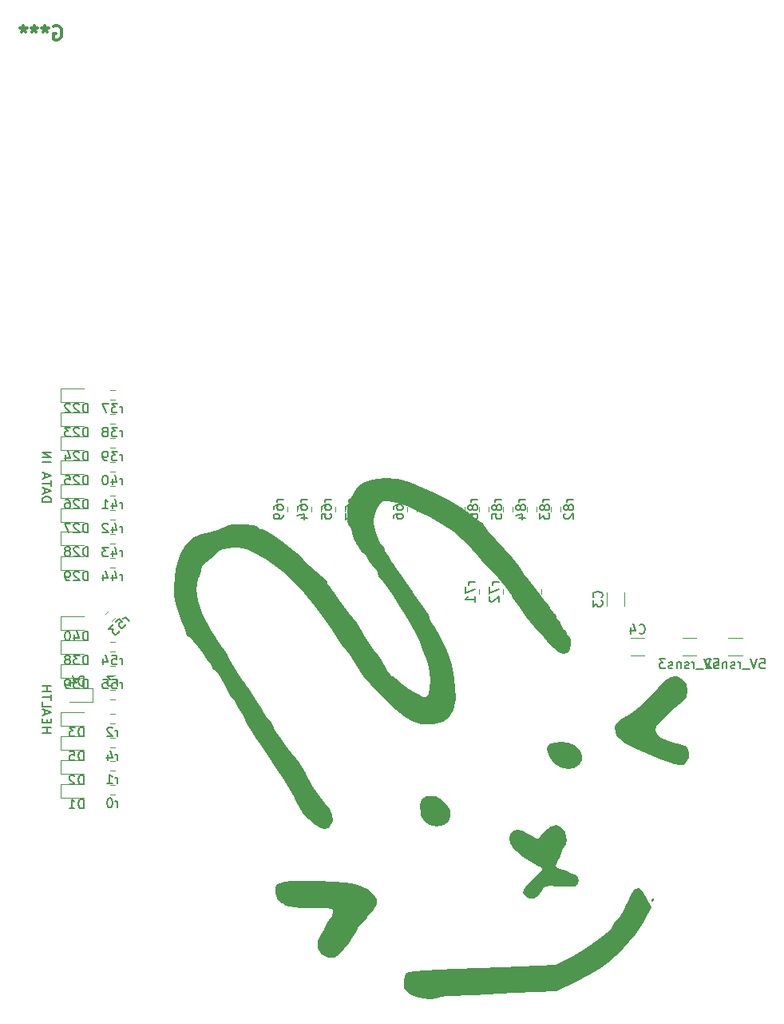
<source format=gbr>
%TF.GenerationSoftware,KiCad,Pcbnew,7.0.5*%
%TF.CreationDate,2024-08-12T05:07:02-04:00*%
%TF.ProjectId,smaller_card,736d616c-6c65-4725-9f63-6172642e6b69,rev?*%
%TF.SameCoordinates,Original*%
%TF.FileFunction,Legend,Bot*%
%TF.FilePolarity,Positive*%
%FSLAX46Y46*%
G04 Gerber Fmt 4.6, Leading zero omitted, Abs format (unit mm)*
G04 Created by KiCad (PCBNEW 7.0.5) date 2024-08-12 05:07:02*
%MOMM*%
%LPD*%
G01*
G04 APERTURE LIST*
%ADD10C,0.150000*%
%ADD11C,0.300000*%
%ADD12C,0.120000*%
G04 APERTURE END LIST*
D10*
X69980180Y-96729160D02*
X70980180Y-96729160D01*
X70503990Y-96729160D02*
X70503990Y-96157732D01*
X69980180Y-96157732D02*
X70980180Y-96157732D01*
X70503990Y-95681541D02*
X70503990Y-95348208D01*
X69980180Y-95205351D02*
X69980180Y-95681541D01*
X69980180Y-95681541D02*
X70980180Y-95681541D01*
X70980180Y-95681541D02*
X70980180Y-95205351D01*
X70265895Y-94824398D02*
X70265895Y-94348208D01*
X69980180Y-94919636D02*
X70980180Y-94586303D01*
X70980180Y-94586303D02*
X69980180Y-94252970D01*
X69980180Y-93443446D02*
X69980180Y-93919636D01*
X69980180Y-93919636D02*
X70980180Y-93919636D01*
X70980180Y-93252969D02*
X70980180Y-92681541D01*
X69980180Y-92967255D02*
X70980180Y-92967255D01*
X69980180Y-92348207D02*
X70980180Y-92348207D01*
X70503990Y-92348207D02*
X70503990Y-91776779D01*
X69980180Y-91776779D02*
X70980180Y-91776779D01*
X69980180Y-72297493D02*
X70980180Y-72297493D01*
X70980180Y-72297493D02*
X70980180Y-72059398D01*
X70980180Y-72059398D02*
X70932561Y-71916541D01*
X70932561Y-71916541D02*
X70837323Y-71821303D01*
X70837323Y-71821303D02*
X70742085Y-71773684D01*
X70742085Y-71773684D02*
X70551609Y-71726065D01*
X70551609Y-71726065D02*
X70408752Y-71726065D01*
X70408752Y-71726065D02*
X70218276Y-71773684D01*
X70218276Y-71773684D02*
X70123038Y-71821303D01*
X70123038Y-71821303D02*
X70027800Y-71916541D01*
X70027800Y-71916541D02*
X69980180Y-72059398D01*
X69980180Y-72059398D02*
X69980180Y-72297493D01*
X70265895Y-71345112D02*
X70265895Y-70868922D01*
X69980180Y-71440350D02*
X70980180Y-71107017D01*
X70980180Y-71107017D02*
X69980180Y-70773684D01*
X70980180Y-70583207D02*
X70980180Y-70011779D01*
X69980180Y-70297493D02*
X70980180Y-70297493D01*
X70265895Y-69726064D02*
X70265895Y-69249874D01*
X69980180Y-69821302D02*
X70980180Y-69487969D01*
X70980180Y-69487969D02*
X69980180Y-69154636D01*
X69980180Y-68059397D02*
X70980180Y-68059397D01*
X69980180Y-67583207D02*
X70980180Y-67583207D01*
X70980180Y-67583207D02*
X69980180Y-67011779D01*
X69980180Y-67011779D02*
X70980180Y-67011779D01*
D11*
%TO.C,G\u002A\u002A\u002A*%
X71232883Y-21904715D02*
X71375741Y-21833286D01*
X71375741Y-21833286D02*
X71590026Y-21833286D01*
X71590026Y-21833286D02*
X71804312Y-21904715D01*
X71804312Y-21904715D02*
X71947169Y-22047572D01*
X71947169Y-22047572D02*
X72018598Y-22190429D01*
X72018598Y-22190429D02*
X72090026Y-22476143D01*
X72090026Y-22476143D02*
X72090026Y-22690429D01*
X72090026Y-22690429D02*
X72018598Y-22976143D01*
X72018598Y-22976143D02*
X71947169Y-23119000D01*
X71947169Y-23119000D02*
X71804312Y-23261858D01*
X71804312Y-23261858D02*
X71590026Y-23333286D01*
X71590026Y-23333286D02*
X71447169Y-23333286D01*
X71447169Y-23333286D02*
X71232883Y-23261858D01*
X71232883Y-23261858D02*
X71161455Y-23190429D01*
X71161455Y-23190429D02*
X71161455Y-22690429D01*
X71161455Y-22690429D02*
X71447169Y-22690429D01*
X70304312Y-21833286D02*
X70304312Y-22190429D01*
X70661455Y-22047572D02*
X70304312Y-22190429D01*
X70304312Y-22190429D02*
X69947169Y-22047572D01*
X70518598Y-22476143D02*
X70304312Y-22190429D01*
X70304312Y-22190429D02*
X70090026Y-22476143D01*
X69161455Y-21833286D02*
X69161455Y-22190429D01*
X69518598Y-22047572D02*
X69161455Y-22190429D01*
X69161455Y-22190429D02*
X68804312Y-22047572D01*
X69375741Y-22476143D02*
X69161455Y-22190429D01*
X69161455Y-22190429D02*
X68947169Y-22476143D01*
X68018598Y-21833286D02*
X68018598Y-22190429D01*
X68375741Y-22047572D02*
X68018598Y-22190429D01*
X68018598Y-22190429D02*
X67661455Y-22047572D01*
X68232884Y-22476143D02*
X68018598Y-22190429D01*
X68018598Y-22190429D02*
X67804312Y-22476143D01*
D10*
%TO.C,r86*%
X116184819Y-72001190D02*
X115518152Y-72001190D01*
X115708628Y-72001190D02*
X115613390Y-72048809D01*
X115613390Y-72048809D02*
X115565771Y-72096428D01*
X115565771Y-72096428D02*
X115518152Y-72191666D01*
X115518152Y-72191666D02*
X115518152Y-72286904D01*
X115613390Y-72763095D02*
X115565771Y-72667857D01*
X115565771Y-72667857D02*
X115518152Y-72620238D01*
X115518152Y-72620238D02*
X115422914Y-72572619D01*
X115422914Y-72572619D02*
X115375295Y-72572619D01*
X115375295Y-72572619D02*
X115280057Y-72620238D01*
X115280057Y-72620238D02*
X115232438Y-72667857D01*
X115232438Y-72667857D02*
X115184819Y-72763095D01*
X115184819Y-72763095D02*
X115184819Y-72953571D01*
X115184819Y-72953571D02*
X115232438Y-73048809D01*
X115232438Y-73048809D02*
X115280057Y-73096428D01*
X115280057Y-73096428D02*
X115375295Y-73144047D01*
X115375295Y-73144047D02*
X115422914Y-73144047D01*
X115422914Y-73144047D02*
X115518152Y-73096428D01*
X115518152Y-73096428D02*
X115565771Y-73048809D01*
X115565771Y-73048809D02*
X115613390Y-72953571D01*
X115613390Y-72953571D02*
X115613390Y-72763095D01*
X115613390Y-72763095D02*
X115661009Y-72667857D01*
X115661009Y-72667857D02*
X115708628Y-72620238D01*
X115708628Y-72620238D02*
X115803866Y-72572619D01*
X115803866Y-72572619D02*
X115994342Y-72572619D01*
X115994342Y-72572619D02*
X116089580Y-72620238D01*
X116089580Y-72620238D02*
X116137200Y-72667857D01*
X116137200Y-72667857D02*
X116184819Y-72763095D01*
X116184819Y-72763095D02*
X116184819Y-72953571D01*
X116184819Y-72953571D02*
X116137200Y-73048809D01*
X116137200Y-73048809D02*
X116089580Y-73096428D01*
X116089580Y-73096428D02*
X115994342Y-73144047D01*
X115994342Y-73144047D02*
X115803866Y-73144047D01*
X115803866Y-73144047D02*
X115708628Y-73096428D01*
X115708628Y-73096428D02*
X115661009Y-73048809D01*
X115661009Y-73048809D02*
X115613390Y-72953571D01*
X115184819Y-74001190D02*
X115184819Y-73810714D01*
X115184819Y-73810714D02*
X115232438Y-73715476D01*
X115232438Y-73715476D02*
X115280057Y-73667857D01*
X115280057Y-73667857D02*
X115422914Y-73572619D01*
X115422914Y-73572619D02*
X115613390Y-73525000D01*
X115613390Y-73525000D02*
X115994342Y-73525000D01*
X115994342Y-73525000D02*
X116089580Y-73572619D01*
X116089580Y-73572619D02*
X116137200Y-73620238D01*
X116137200Y-73620238D02*
X116184819Y-73715476D01*
X116184819Y-73715476D02*
X116184819Y-73905952D01*
X116184819Y-73905952D02*
X116137200Y-74001190D01*
X116137200Y-74001190D02*
X116089580Y-74048809D01*
X116089580Y-74048809D02*
X115994342Y-74096428D01*
X115994342Y-74096428D02*
X115756247Y-74096428D01*
X115756247Y-74096428D02*
X115661009Y-74048809D01*
X115661009Y-74048809D02*
X115613390Y-74001190D01*
X115613390Y-74001190D02*
X115565771Y-73905952D01*
X115565771Y-73905952D02*
X115565771Y-73715476D01*
X115565771Y-73715476D02*
X115613390Y-73620238D01*
X115613390Y-73620238D02*
X115661009Y-73572619D01*
X115661009Y-73572619D02*
X115756247Y-73525000D01*
%TO.C,r85*%
X118724819Y-72001190D02*
X118058152Y-72001190D01*
X118248628Y-72001190D02*
X118153390Y-72048809D01*
X118153390Y-72048809D02*
X118105771Y-72096428D01*
X118105771Y-72096428D02*
X118058152Y-72191666D01*
X118058152Y-72191666D02*
X118058152Y-72286904D01*
X118153390Y-72763095D02*
X118105771Y-72667857D01*
X118105771Y-72667857D02*
X118058152Y-72620238D01*
X118058152Y-72620238D02*
X117962914Y-72572619D01*
X117962914Y-72572619D02*
X117915295Y-72572619D01*
X117915295Y-72572619D02*
X117820057Y-72620238D01*
X117820057Y-72620238D02*
X117772438Y-72667857D01*
X117772438Y-72667857D02*
X117724819Y-72763095D01*
X117724819Y-72763095D02*
X117724819Y-72953571D01*
X117724819Y-72953571D02*
X117772438Y-73048809D01*
X117772438Y-73048809D02*
X117820057Y-73096428D01*
X117820057Y-73096428D02*
X117915295Y-73144047D01*
X117915295Y-73144047D02*
X117962914Y-73144047D01*
X117962914Y-73144047D02*
X118058152Y-73096428D01*
X118058152Y-73096428D02*
X118105771Y-73048809D01*
X118105771Y-73048809D02*
X118153390Y-72953571D01*
X118153390Y-72953571D02*
X118153390Y-72763095D01*
X118153390Y-72763095D02*
X118201009Y-72667857D01*
X118201009Y-72667857D02*
X118248628Y-72620238D01*
X118248628Y-72620238D02*
X118343866Y-72572619D01*
X118343866Y-72572619D02*
X118534342Y-72572619D01*
X118534342Y-72572619D02*
X118629580Y-72620238D01*
X118629580Y-72620238D02*
X118677200Y-72667857D01*
X118677200Y-72667857D02*
X118724819Y-72763095D01*
X118724819Y-72763095D02*
X118724819Y-72953571D01*
X118724819Y-72953571D02*
X118677200Y-73048809D01*
X118677200Y-73048809D02*
X118629580Y-73096428D01*
X118629580Y-73096428D02*
X118534342Y-73144047D01*
X118534342Y-73144047D02*
X118343866Y-73144047D01*
X118343866Y-73144047D02*
X118248628Y-73096428D01*
X118248628Y-73096428D02*
X118201009Y-73048809D01*
X118201009Y-73048809D02*
X118153390Y-72953571D01*
X117724819Y-74048809D02*
X117724819Y-73572619D01*
X117724819Y-73572619D02*
X118201009Y-73525000D01*
X118201009Y-73525000D02*
X118153390Y-73572619D01*
X118153390Y-73572619D02*
X118105771Y-73667857D01*
X118105771Y-73667857D02*
X118105771Y-73905952D01*
X118105771Y-73905952D02*
X118153390Y-74001190D01*
X118153390Y-74001190D02*
X118201009Y-74048809D01*
X118201009Y-74048809D02*
X118296247Y-74096428D01*
X118296247Y-74096428D02*
X118534342Y-74096428D01*
X118534342Y-74096428D02*
X118629580Y-74048809D01*
X118629580Y-74048809D02*
X118677200Y-74001190D01*
X118677200Y-74001190D02*
X118724819Y-73905952D01*
X118724819Y-73905952D02*
X118724819Y-73667857D01*
X118724819Y-73667857D02*
X118677200Y-73572619D01*
X118677200Y-73572619D02*
X118629580Y-73525000D01*
%TO.C,r84*%
X121264819Y-72001190D02*
X120598152Y-72001190D01*
X120788628Y-72001190D02*
X120693390Y-72048809D01*
X120693390Y-72048809D02*
X120645771Y-72096428D01*
X120645771Y-72096428D02*
X120598152Y-72191666D01*
X120598152Y-72191666D02*
X120598152Y-72286904D01*
X120693390Y-72763095D02*
X120645771Y-72667857D01*
X120645771Y-72667857D02*
X120598152Y-72620238D01*
X120598152Y-72620238D02*
X120502914Y-72572619D01*
X120502914Y-72572619D02*
X120455295Y-72572619D01*
X120455295Y-72572619D02*
X120360057Y-72620238D01*
X120360057Y-72620238D02*
X120312438Y-72667857D01*
X120312438Y-72667857D02*
X120264819Y-72763095D01*
X120264819Y-72763095D02*
X120264819Y-72953571D01*
X120264819Y-72953571D02*
X120312438Y-73048809D01*
X120312438Y-73048809D02*
X120360057Y-73096428D01*
X120360057Y-73096428D02*
X120455295Y-73144047D01*
X120455295Y-73144047D02*
X120502914Y-73144047D01*
X120502914Y-73144047D02*
X120598152Y-73096428D01*
X120598152Y-73096428D02*
X120645771Y-73048809D01*
X120645771Y-73048809D02*
X120693390Y-72953571D01*
X120693390Y-72953571D02*
X120693390Y-72763095D01*
X120693390Y-72763095D02*
X120741009Y-72667857D01*
X120741009Y-72667857D02*
X120788628Y-72620238D01*
X120788628Y-72620238D02*
X120883866Y-72572619D01*
X120883866Y-72572619D02*
X121074342Y-72572619D01*
X121074342Y-72572619D02*
X121169580Y-72620238D01*
X121169580Y-72620238D02*
X121217200Y-72667857D01*
X121217200Y-72667857D02*
X121264819Y-72763095D01*
X121264819Y-72763095D02*
X121264819Y-72953571D01*
X121264819Y-72953571D02*
X121217200Y-73048809D01*
X121217200Y-73048809D02*
X121169580Y-73096428D01*
X121169580Y-73096428D02*
X121074342Y-73144047D01*
X121074342Y-73144047D02*
X120883866Y-73144047D01*
X120883866Y-73144047D02*
X120788628Y-73096428D01*
X120788628Y-73096428D02*
X120741009Y-73048809D01*
X120741009Y-73048809D02*
X120693390Y-72953571D01*
X120598152Y-74001190D02*
X121264819Y-74001190D01*
X120217200Y-73763095D02*
X120931485Y-73525000D01*
X120931485Y-73525000D02*
X120931485Y-74144047D01*
%TO.C,r83*%
X123804819Y-72001190D02*
X123138152Y-72001190D01*
X123328628Y-72001190D02*
X123233390Y-72048809D01*
X123233390Y-72048809D02*
X123185771Y-72096428D01*
X123185771Y-72096428D02*
X123138152Y-72191666D01*
X123138152Y-72191666D02*
X123138152Y-72286904D01*
X123233390Y-72763095D02*
X123185771Y-72667857D01*
X123185771Y-72667857D02*
X123138152Y-72620238D01*
X123138152Y-72620238D02*
X123042914Y-72572619D01*
X123042914Y-72572619D02*
X122995295Y-72572619D01*
X122995295Y-72572619D02*
X122900057Y-72620238D01*
X122900057Y-72620238D02*
X122852438Y-72667857D01*
X122852438Y-72667857D02*
X122804819Y-72763095D01*
X122804819Y-72763095D02*
X122804819Y-72953571D01*
X122804819Y-72953571D02*
X122852438Y-73048809D01*
X122852438Y-73048809D02*
X122900057Y-73096428D01*
X122900057Y-73096428D02*
X122995295Y-73144047D01*
X122995295Y-73144047D02*
X123042914Y-73144047D01*
X123042914Y-73144047D02*
X123138152Y-73096428D01*
X123138152Y-73096428D02*
X123185771Y-73048809D01*
X123185771Y-73048809D02*
X123233390Y-72953571D01*
X123233390Y-72953571D02*
X123233390Y-72763095D01*
X123233390Y-72763095D02*
X123281009Y-72667857D01*
X123281009Y-72667857D02*
X123328628Y-72620238D01*
X123328628Y-72620238D02*
X123423866Y-72572619D01*
X123423866Y-72572619D02*
X123614342Y-72572619D01*
X123614342Y-72572619D02*
X123709580Y-72620238D01*
X123709580Y-72620238D02*
X123757200Y-72667857D01*
X123757200Y-72667857D02*
X123804819Y-72763095D01*
X123804819Y-72763095D02*
X123804819Y-72953571D01*
X123804819Y-72953571D02*
X123757200Y-73048809D01*
X123757200Y-73048809D02*
X123709580Y-73096428D01*
X123709580Y-73096428D02*
X123614342Y-73144047D01*
X123614342Y-73144047D02*
X123423866Y-73144047D01*
X123423866Y-73144047D02*
X123328628Y-73096428D01*
X123328628Y-73096428D02*
X123281009Y-73048809D01*
X123281009Y-73048809D02*
X123233390Y-72953571D01*
X122804819Y-73477381D02*
X122804819Y-74096428D01*
X122804819Y-74096428D02*
X123185771Y-73763095D01*
X123185771Y-73763095D02*
X123185771Y-73905952D01*
X123185771Y-73905952D02*
X123233390Y-74001190D01*
X123233390Y-74001190D02*
X123281009Y-74048809D01*
X123281009Y-74048809D02*
X123376247Y-74096428D01*
X123376247Y-74096428D02*
X123614342Y-74096428D01*
X123614342Y-74096428D02*
X123709580Y-74048809D01*
X123709580Y-74048809D02*
X123757200Y-74001190D01*
X123757200Y-74001190D02*
X123804819Y-73905952D01*
X123804819Y-73905952D02*
X123804819Y-73620238D01*
X123804819Y-73620238D02*
X123757200Y-73525000D01*
X123757200Y-73525000D02*
X123709580Y-73477381D01*
%TO.C,r82*%
X126344819Y-72001190D02*
X125678152Y-72001190D01*
X125868628Y-72001190D02*
X125773390Y-72048809D01*
X125773390Y-72048809D02*
X125725771Y-72096428D01*
X125725771Y-72096428D02*
X125678152Y-72191666D01*
X125678152Y-72191666D02*
X125678152Y-72286904D01*
X125773390Y-72763095D02*
X125725771Y-72667857D01*
X125725771Y-72667857D02*
X125678152Y-72620238D01*
X125678152Y-72620238D02*
X125582914Y-72572619D01*
X125582914Y-72572619D02*
X125535295Y-72572619D01*
X125535295Y-72572619D02*
X125440057Y-72620238D01*
X125440057Y-72620238D02*
X125392438Y-72667857D01*
X125392438Y-72667857D02*
X125344819Y-72763095D01*
X125344819Y-72763095D02*
X125344819Y-72953571D01*
X125344819Y-72953571D02*
X125392438Y-73048809D01*
X125392438Y-73048809D02*
X125440057Y-73096428D01*
X125440057Y-73096428D02*
X125535295Y-73144047D01*
X125535295Y-73144047D02*
X125582914Y-73144047D01*
X125582914Y-73144047D02*
X125678152Y-73096428D01*
X125678152Y-73096428D02*
X125725771Y-73048809D01*
X125725771Y-73048809D02*
X125773390Y-72953571D01*
X125773390Y-72953571D02*
X125773390Y-72763095D01*
X125773390Y-72763095D02*
X125821009Y-72667857D01*
X125821009Y-72667857D02*
X125868628Y-72620238D01*
X125868628Y-72620238D02*
X125963866Y-72572619D01*
X125963866Y-72572619D02*
X126154342Y-72572619D01*
X126154342Y-72572619D02*
X126249580Y-72620238D01*
X126249580Y-72620238D02*
X126297200Y-72667857D01*
X126297200Y-72667857D02*
X126344819Y-72763095D01*
X126344819Y-72763095D02*
X126344819Y-72953571D01*
X126344819Y-72953571D02*
X126297200Y-73048809D01*
X126297200Y-73048809D02*
X126249580Y-73096428D01*
X126249580Y-73096428D02*
X126154342Y-73144047D01*
X126154342Y-73144047D02*
X125963866Y-73144047D01*
X125963866Y-73144047D02*
X125868628Y-73096428D01*
X125868628Y-73096428D02*
X125821009Y-73048809D01*
X125821009Y-73048809D02*
X125773390Y-72953571D01*
X125440057Y-73525000D02*
X125392438Y-73572619D01*
X125392438Y-73572619D02*
X125344819Y-73667857D01*
X125344819Y-73667857D02*
X125344819Y-73905952D01*
X125344819Y-73905952D02*
X125392438Y-74001190D01*
X125392438Y-74001190D02*
X125440057Y-74048809D01*
X125440057Y-74048809D02*
X125535295Y-74096428D01*
X125535295Y-74096428D02*
X125630533Y-74096428D01*
X125630533Y-74096428D02*
X125773390Y-74048809D01*
X125773390Y-74048809D02*
X126344819Y-73477381D01*
X126344819Y-73477381D02*
X126344819Y-74096428D01*
%TO.C,r73*%
X121452819Y-80764190D02*
X120786152Y-80764190D01*
X120976628Y-80764190D02*
X120881390Y-80811809D01*
X120881390Y-80811809D02*
X120833771Y-80859428D01*
X120833771Y-80859428D02*
X120786152Y-80954666D01*
X120786152Y-80954666D02*
X120786152Y-81049904D01*
X120452819Y-81288000D02*
X120452819Y-81954666D01*
X120452819Y-81954666D02*
X121452819Y-81526095D01*
X120452819Y-82240381D02*
X120452819Y-82859428D01*
X120452819Y-82859428D02*
X120833771Y-82526095D01*
X120833771Y-82526095D02*
X120833771Y-82668952D01*
X120833771Y-82668952D02*
X120881390Y-82764190D01*
X120881390Y-82764190D02*
X120929009Y-82811809D01*
X120929009Y-82811809D02*
X121024247Y-82859428D01*
X121024247Y-82859428D02*
X121262342Y-82859428D01*
X121262342Y-82859428D02*
X121357580Y-82811809D01*
X121357580Y-82811809D02*
X121405200Y-82764190D01*
X121405200Y-82764190D02*
X121452819Y-82668952D01*
X121452819Y-82668952D02*
X121452819Y-82383238D01*
X121452819Y-82383238D02*
X121405200Y-82288000D01*
X121405200Y-82288000D02*
X121357580Y-82240381D01*
%TO.C,r72*%
X118404819Y-80764190D02*
X117738152Y-80764190D01*
X117928628Y-80764190D02*
X117833390Y-80811809D01*
X117833390Y-80811809D02*
X117785771Y-80859428D01*
X117785771Y-80859428D02*
X117738152Y-80954666D01*
X117738152Y-80954666D02*
X117738152Y-81049904D01*
X117404819Y-81288000D02*
X117404819Y-81954666D01*
X117404819Y-81954666D02*
X118404819Y-81526095D01*
X117500057Y-82288000D02*
X117452438Y-82335619D01*
X117452438Y-82335619D02*
X117404819Y-82430857D01*
X117404819Y-82430857D02*
X117404819Y-82668952D01*
X117404819Y-82668952D02*
X117452438Y-82764190D01*
X117452438Y-82764190D02*
X117500057Y-82811809D01*
X117500057Y-82811809D02*
X117595295Y-82859428D01*
X117595295Y-82859428D02*
X117690533Y-82859428D01*
X117690533Y-82859428D02*
X117833390Y-82811809D01*
X117833390Y-82811809D02*
X118404819Y-82240381D01*
X118404819Y-82240381D02*
X118404819Y-82859428D01*
%TO.C,r71*%
X115864819Y-80764190D02*
X115198152Y-80764190D01*
X115388628Y-80764190D02*
X115293390Y-80811809D01*
X115293390Y-80811809D02*
X115245771Y-80859428D01*
X115245771Y-80859428D02*
X115198152Y-80954666D01*
X115198152Y-80954666D02*
X115198152Y-81049904D01*
X114864819Y-81288000D02*
X114864819Y-81954666D01*
X114864819Y-81954666D02*
X115864819Y-81526095D01*
X115864819Y-82859428D02*
X115864819Y-82288000D01*
X115864819Y-82573714D02*
X114864819Y-82573714D01*
X114864819Y-82573714D02*
X115007676Y-82478476D01*
X115007676Y-82478476D02*
X115102914Y-82383238D01*
X115102914Y-82383238D02*
X115150533Y-82288000D01*
%TO.C,r69*%
X95544819Y-72001190D02*
X94878152Y-72001190D01*
X95068628Y-72001190D02*
X94973390Y-72048809D01*
X94973390Y-72048809D02*
X94925771Y-72096428D01*
X94925771Y-72096428D02*
X94878152Y-72191666D01*
X94878152Y-72191666D02*
X94878152Y-72286904D01*
X94544819Y-73048809D02*
X94544819Y-72858333D01*
X94544819Y-72858333D02*
X94592438Y-72763095D01*
X94592438Y-72763095D02*
X94640057Y-72715476D01*
X94640057Y-72715476D02*
X94782914Y-72620238D01*
X94782914Y-72620238D02*
X94973390Y-72572619D01*
X94973390Y-72572619D02*
X95354342Y-72572619D01*
X95354342Y-72572619D02*
X95449580Y-72620238D01*
X95449580Y-72620238D02*
X95497200Y-72667857D01*
X95497200Y-72667857D02*
X95544819Y-72763095D01*
X95544819Y-72763095D02*
X95544819Y-72953571D01*
X95544819Y-72953571D02*
X95497200Y-73048809D01*
X95497200Y-73048809D02*
X95449580Y-73096428D01*
X95449580Y-73096428D02*
X95354342Y-73144047D01*
X95354342Y-73144047D02*
X95116247Y-73144047D01*
X95116247Y-73144047D02*
X95021009Y-73096428D01*
X95021009Y-73096428D02*
X94973390Y-73048809D01*
X94973390Y-73048809D02*
X94925771Y-72953571D01*
X94925771Y-72953571D02*
X94925771Y-72763095D01*
X94925771Y-72763095D02*
X94973390Y-72667857D01*
X94973390Y-72667857D02*
X95021009Y-72620238D01*
X95021009Y-72620238D02*
X95116247Y-72572619D01*
X95544819Y-73620238D02*
X95544819Y-73810714D01*
X95544819Y-73810714D02*
X95497200Y-73905952D01*
X95497200Y-73905952D02*
X95449580Y-73953571D01*
X95449580Y-73953571D02*
X95306723Y-74048809D01*
X95306723Y-74048809D02*
X95116247Y-74096428D01*
X95116247Y-74096428D02*
X94735295Y-74096428D01*
X94735295Y-74096428D02*
X94640057Y-74048809D01*
X94640057Y-74048809D02*
X94592438Y-74001190D01*
X94592438Y-74001190D02*
X94544819Y-73905952D01*
X94544819Y-73905952D02*
X94544819Y-73715476D01*
X94544819Y-73715476D02*
X94592438Y-73620238D01*
X94592438Y-73620238D02*
X94640057Y-73572619D01*
X94640057Y-73572619D02*
X94735295Y-73525000D01*
X94735295Y-73525000D02*
X94973390Y-73525000D01*
X94973390Y-73525000D02*
X95068628Y-73572619D01*
X95068628Y-73572619D02*
X95116247Y-73620238D01*
X95116247Y-73620238D02*
X95163866Y-73715476D01*
X95163866Y-73715476D02*
X95163866Y-73905952D01*
X95163866Y-73905952D02*
X95116247Y-74001190D01*
X95116247Y-74001190D02*
X95068628Y-74048809D01*
X95068628Y-74048809D02*
X94973390Y-74096428D01*
%TO.C,r67*%
X103164819Y-72001190D02*
X102498152Y-72001190D01*
X102688628Y-72001190D02*
X102593390Y-72048809D01*
X102593390Y-72048809D02*
X102545771Y-72096428D01*
X102545771Y-72096428D02*
X102498152Y-72191666D01*
X102498152Y-72191666D02*
X102498152Y-72286904D01*
X102164819Y-73048809D02*
X102164819Y-72858333D01*
X102164819Y-72858333D02*
X102212438Y-72763095D01*
X102212438Y-72763095D02*
X102260057Y-72715476D01*
X102260057Y-72715476D02*
X102402914Y-72620238D01*
X102402914Y-72620238D02*
X102593390Y-72572619D01*
X102593390Y-72572619D02*
X102974342Y-72572619D01*
X102974342Y-72572619D02*
X103069580Y-72620238D01*
X103069580Y-72620238D02*
X103117200Y-72667857D01*
X103117200Y-72667857D02*
X103164819Y-72763095D01*
X103164819Y-72763095D02*
X103164819Y-72953571D01*
X103164819Y-72953571D02*
X103117200Y-73048809D01*
X103117200Y-73048809D02*
X103069580Y-73096428D01*
X103069580Y-73096428D02*
X102974342Y-73144047D01*
X102974342Y-73144047D02*
X102736247Y-73144047D01*
X102736247Y-73144047D02*
X102641009Y-73096428D01*
X102641009Y-73096428D02*
X102593390Y-73048809D01*
X102593390Y-73048809D02*
X102545771Y-72953571D01*
X102545771Y-72953571D02*
X102545771Y-72763095D01*
X102545771Y-72763095D02*
X102593390Y-72667857D01*
X102593390Y-72667857D02*
X102641009Y-72620238D01*
X102641009Y-72620238D02*
X102736247Y-72572619D01*
X102164819Y-73477381D02*
X102164819Y-74144047D01*
X102164819Y-74144047D02*
X103164819Y-73715476D01*
%TO.C,r66*%
X108244819Y-72001190D02*
X107578152Y-72001190D01*
X107768628Y-72001190D02*
X107673390Y-72048809D01*
X107673390Y-72048809D02*
X107625771Y-72096428D01*
X107625771Y-72096428D02*
X107578152Y-72191666D01*
X107578152Y-72191666D02*
X107578152Y-72286904D01*
X107244819Y-73048809D02*
X107244819Y-72858333D01*
X107244819Y-72858333D02*
X107292438Y-72763095D01*
X107292438Y-72763095D02*
X107340057Y-72715476D01*
X107340057Y-72715476D02*
X107482914Y-72620238D01*
X107482914Y-72620238D02*
X107673390Y-72572619D01*
X107673390Y-72572619D02*
X108054342Y-72572619D01*
X108054342Y-72572619D02*
X108149580Y-72620238D01*
X108149580Y-72620238D02*
X108197200Y-72667857D01*
X108197200Y-72667857D02*
X108244819Y-72763095D01*
X108244819Y-72763095D02*
X108244819Y-72953571D01*
X108244819Y-72953571D02*
X108197200Y-73048809D01*
X108197200Y-73048809D02*
X108149580Y-73096428D01*
X108149580Y-73096428D02*
X108054342Y-73144047D01*
X108054342Y-73144047D02*
X107816247Y-73144047D01*
X107816247Y-73144047D02*
X107721009Y-73096428D01*
X107721009Y-73096428D02*
X107673390Y-73048809D01*
X107673390Y-73048809D02*
X107625771Y-72953571D01*
X107625771Y-72953571D02*
X107625771Y-72763095D01*
X107625771Y-72763095D02*
X107673390Y-72667857D01*
X107673390Y-72667857D02*
X107721009Y-72620238D01*
X107721009Y-72620238D02*
X107816247Y-72572619D01*
X107244819Y-74001190D02*
X107244819Y-73810714D01*
X107244819Y-73810714D02*
X107292438Y-73715476D01*
X107292438Y-73715476D02*
X107340057Y-73667857D01*
X107340057Y-73667857D02*
X107482914Y-73572619D01*
X107482914Y-73572619D02*
X107673390Y-73525000D01*
X107673390Y-73525000D02*
X108054342Y-73525000D01*
X108054342Y-73525000D02*
X108149580Y-73572619D01*
X108149580Y-73572619D02*
X108197200Y-73620238D01*
X108197200Y-73620238D02*
X108244819Y-73715476D01*
X108244819Y-73715476D02*
X108244819Y-73905952D01*
X108244819Y-73905952D02*
X108197200Y-74001190D01*
X108197200Y-74001190D02*
X108149580Y-74048809D01*
X108149580Y-74048809D02*
X108054342Y-74096428D01*
X108054342Y-74096428D02*
X107816247Y-74096428D01*
X107816247Y-74096428D02*
X107721009Y-74048809D01*
X107721009Y-74048809D02*
X107673390Y-74001190D01*
X107673390Y-74001190D02*
X107625771Y-73905952D01*
X107625771Y-73905952D02*
X107625771Y-73715476D01*
X107625771Y-73715476D02*
X107673390Y-73620238D01*
X107673390Y-73620238D02*
X107721009Y-73572619D01*
X107721009Y-73572619D02*
X107816247Y-73525000D01*
%TO.C,r65*%
X100624819Y-72001190D02*
X99958152Y-72001190D01*
X100148628Y-72001190D02*
X100053390Y-72048809D01*
X100053390Y-72048809D02*
X100005771Y-72096428D01*
X100005771Y-72096428D02*
X99958152Y-72191666D01*
X99958152Y-72191666D02*
X99958152Y-72286904D01*
X99624819Y-73048809D02*
X99624819Y-72858333D01*
X99624819Y-72858333D02*
X99672438Y-72763095D01*
X99672438Y-72763095D02*
X99720057Y-72715476D01*
X99720057Y-72715476D02*
X99862914Y-72620238D01*
X99862914Y-72620238D02*
X100053390Y-72572619D01*
X100053390Y-72572619D02*
X100434342Y-72572619D01*
X100434342Y-72572619D02*
X100529580Y-72620238D01*
X100529580Y-72620238D02*
X100577200Y-72667857D01*
X100577200Y-72667857D02*
X100624819Y-72763095D01*
X100624819Y-72763095D02*
X100624819Y-72953571D01*
X100624819Y-72953571D02*
X100577200Y-73048809D01*
X100577200Y-73048809D02*
X100529580Y-73096428D01*
X100529580Y-73096428D02*
X100434342Y-73144047D01*
X100434342Y-73144047D02*
X100196247Y-73144047D01*
X100196247Y-73144047D02*
X100101009Y-73096428D01*
X100101009Y-73096428D02*
X100053390Y-73048809D01*
X100053390Y-73048809D02*
X100005771Y-72953571D01*
X100005771Y-72953571D02*
X100005771Y-72763095D01*
X100005771Y-72763095D02*
X100053390Y-72667857D01*
X100053390Y-72667857D02*
X100101009Y-72620238D01*
X100101009Y-72620238D02*
X100196247Y-72572619D01*
X99624819Y-74048809D02*
X99624819Y-73572619D01*
X99624819Y-73572619D02*
X100101009Y-73525000D01*
X100101009Y-73525000D02*
X100053390Y-73572619D01*
X100053390Y-73572619D02*
X100005771Y-73667857D01*
X100005771Y-73667857D02*
X100005771Y-73905952D01*
X100005771Y-73905952D02*
X100053390Y-74001190D01*
X100053390Y-74001190D02*
X100101009Y-74048809D01*
X100101009Y-74048809D02*
X100196247Y-74096428D01*
X100196247Y-74096428D02*
X100434342Y-74096428D01*
X100434342Y-74096428D02*
X100529580Y-74048809D01*
X100529580Y-74048809D02*
X100577200Y-74001190D01*
X100577200Y-74001190D02*
X100624819Y-73905952D01*
X100624819Y-73905952D02*
X100624819Y-73667857D01*
X100624819Y-73667857D02*
X100577200Y-73572619D01*
X100577200Y-73572619D02*
X100529580Y-73525000D01*
%TO.C,r64*%
X98084819Y-72001190D02*
X97418152Y-72001190D01*
X97608628Y-72001190D02*
X97513390Y-72048809D01*
X97513390Y-72048809D02*
X97465771Y-72096428D01*
X97465771Y-72096428D02*
X97418152Y-72191666D01*
X97418152Y-72191666D02*
X97418152Y-72286904D01*
X97084819Y-73048809D02*
X97084819Y-72858333D01*
X97084819Y-72858333D02*
X97132438Y-72763095D01*
X97132438Y-72763095D02*
X97180057Y-72715476D01*
X97180057Y-72715476D02*
X97322914Y-72620238D01*
X97322914Y-72620238D02*
X97513390Y-72572619D01*
X97513390Y-72572619D02*
X97894342Y-72572619D01*
X97894342Y-72572619D02*
X97989580Y-72620238D01*
X97989580Y-72620238D02*
X98037200Y-72667857D01*
X98037200Y-72667857D02*
X98084819Y-72763095D01*
X98084819Y-72763095D02*
X98084819Y-72953571D01*
X98084819Y-72953571D02*
X98037200Y-73048809D01*
X98037200Y-73048809D02*
X97989580Y-73096428D01*
X97989580Y-73096428D02*
X97894342Y-73144047D01*
X97894342Y-73144047D02*
X97656247Y-73144047D01*
X97656247Y-73144047D02*
X97561009Y-73096428D01*
X97561009Y-73096428D02*
X97513390Y-73048809D01*
X97513390Y-73048809D02*
X97465771Y-72953571D01*
X97465771Y-72953571D02*
X97465771Y-72763095D01*
X97465771Y-72763095D02*
X97513390Y-72667857D01*
X97513390Y-72667857D02*
X97561009Y-72620238D01*
X97561009Y-72620238D02*
X97656247Y-72572619D01*
X97418152Y-74001190D02*
X98084819Y-74001190D01*
X97037200Y-73763095D02*
X97751485Y-73525000D01*
X97751485Y-73525000D02*
X97751485Y-74144047D01*
%TO.C,C4*%
X133311666Y-86139580D02*
X133359285Y-86187200D01*
X133359285Y-86187200D02*
X133502142Y-86234819D01*
X133502142Y-86234819D02*
X133597380Y-86234819D01*
X133597380Y-86234819D02*
X133740237Y-86187200D01*
X133740237Y-86187200D02*
X133835475Y-86091961D01*
X133835475Y-86091961D02*
X133883094Y-85996723D01*
X133883094Y-85996723D02*
X133930713Y-85806247D01*
X133930713Y-85806247D02*
X133930713Y-85663390D01*
X133930713Y-85663390D02*
X133883094Y-85472914D01*
X133883094Y-85472914D02*
X133835475Y-85377676D01*
X133835475Y-85377676D02*
X133740237Y-85282438D01*
X133740237Y-85282438D02*
X133597380Y-85234819D01*
X133597380Y-85234819D02*
X133502142Y-85234819D01*
X133502142Y-85234819D02*
X133359285Y-85282438D01*
X133359285Y-85282438D02*
X133311666Y-85330057D01*
X132454523Y-85568152D02*
X132454523Y-86234819D01*
X132692618Y-85187200D02*
X132930713Y-85901485D01*
X132930713Y-85901485D02*
X132311666Y-85901485D01*
%TO.C,C3*%
X129319580Y-82383333D02*
X129367200Y-82335714D01*
X129367200Y-82335714D02*
X129414819Y-82192857D01*
X129414819Y-82192857D02*
X129414819Y-82097619D01*
X129414819Y-82097619D02*
X129367200Y-81954762D01*
X129367200Y-81954762D02*
X129271961Y-81859524D01*
X129271961Y-81859524D02*
X129176723Y-81811905D01*
X129176723Y-81811905D02*
X128986247Y-81764286D01*
X128986247Y-81764286D02*
X128843390Y-81764286D01*
X128843390Y-81764286D02*
X128652914Y-81811905D01*
X128652914Y-81811905D02*
X128557676Y-81859524D01*
X128557676Y-81859524D02*
X128462438Y-81954762D01*
X128462438Y-81954762D02*
X128414819Y-82097619D01*
X128414819Y-82097619D02*
X128414819Y-82192857D01*
X128414819Y-82192857D02*
X128462438Y-82335714D01*
X128462438Y-82335714D02*
X128510057Y-82383333D01*
X128414819Y-82716667D02*
X128414819Y-83335714D01*
X128414819Y-83335714D02*
X128795771Y-83002381D01*
X128795771Y-83002381D02*
X128795771Y-83145238D01*
X128795771Y-83145238D02*
X128843390Y-83240476D01*
X128843390Y-83240476D02*
X128891009Y-83288095D01*
X128891009Y-83288095D02*
X128986247Y-83335714D01*
X128986247Y-83335714D02*
X129224342Y-83335714D01*
X129224342Y-83335714D02*
X129319580Y-83288095D01*
X129319580Y-83288095D02*
X129367200Y-83240476D01*
X129367200Y-83240476D02*
X129414819Y-83145238D01*
X129414819Y-83145238D02*
X129414819Y-82859524D01*
X129414819Y-82859524D02*
X129367200Y-82764286D01*
X129367200Y-82764286D02*
X129319580Y-82716667D01*
%TO.C,5V_rsns3*%
X141241548Y-88904819D02*
X141717738Y-88904819D01*
X141717738Y-88904819D02*
X141765357Y-89381009D01*
X141765357Y-89381009D02*
X141717738Y-89333390D01*
X141717738Y-89333390D02*
X141622500Y-89285771D01*
X141622500Y-89285771D02*
X141384405Y-89285771D01*
X141384405Y-89285771D02*
X141289167Y-89333390D01*
X141289167Y-89333390D02*
X141241548Y-89381009D01*
X141241548Y-89381009D02*
X141193929Y-89476247D01*
X141193929Y-89476247D02*
X141193929Y-89714342D01*
X141193929Y-89714342D02*
X141241548Y-89809580D01*
X141241548Y-89809580D02*
X141289167Y-89857200D01*
X141289167Y-89857200D02*
X141384405Y-89904819D01*
X141384405Y-89904819D02*
X141622500Y-89904819D01*
X141622500Y-89904819D02*
X141717738Y-89857200D01*
X141717738Y-89857200D02*
X141765357Y-89809580D01*
X140908214Y-88904819D02*
X140574881Y-89904819D01*
X140574881Y-89904819D02*
X140241548Y-88904819D01*
X140146310Y-90000057D02*
X139384405Y-90000057D01*
X139146309Y-89904819D02*
X139146309Y-89238152D01*
X139146309Y-89428628D02*
X139098690Y-89333390D01*
X139098690Y-89333390D02*
X139051071Y-89285771D01*
X139051071Y-89285771D02*
X138955833Y-89238152D01*
X138955833Y-89238152D02*
X138860595Y-89238152D01*
X138574880Y-89857200D02*
X138479642Y-89904819D01*
X138479642Y-89904819D02*
X138289166Y-89904819D01*
X138289166Y-89904819D02*
X138193928Y-89857200D01*
X138193928Y-89857200D02*
X138146309Y-89761961D01*
X138146309Y-89761961D02*
X138146309Y-89714342D01*
X138146309Y-89714342D02*
X138193928Y-89619104D01*
X138193928Y-89619104D02*
X138289166Y-89571485D01*
X138289166Y-89571485D02*
X138432023Y-89571485D01*
X138432023Y-89571485D02*
X138527261Y-89523866D01*
X138527261Y-89523866D02*
X138574880Y-89428628D01*
X138574880Y-89428628D02*
X138574880Y-89381009D01*
X138574880Y-89381009D02*
X138527261Y-89285771D01*
X138527261Y-89285771D02*
X138432023Y-89238152D01*
X138432023Y-89238152D02*
X138289166Y-89238152D01*
X138289166Y-89238152D02*
X138193928Y-89285771D01*
X137717737Y-89238152D02*
X137717737Y-89904819D01*
X137717737Y-89333390D02*
X137670118Y-89285771D01*
X137670118Y-89285771D02*
X137574880Y-89238152D01*
X137574880Y-89238152D02*
X137432023Y-89238152D01*
X137432023Y-89238152D02*
X137336785Y-89285771D01*
X137336785Y-89285771D02*
X137289166Y-89381009D01*
X137289166Y-89381009D02*
X137289166Y-89904819D01*
X136860594Y-89857200D02*
X136765356Y-89904819D01*
X136765356Y-89904819D02*
X136574880Y-89904819D01*
X136574880Y-89904819D02*
X136479642Y-89857200D01*
X136479642Y-89857200D02*
X136432023Y-89761961D01*
X136432023Y-89761961D02*
X136432023Y-89714342D01*
X136432023Y-89714342D02*
X136479642Y-89619104D01*
X136479642Y-89619104D02*
X136574880Y-89571485D01*
X136574880Y-89571485D02*
X136717737Y-89571485D01*
X136717737Y-89571485D02*
X136812975Y-89523866D01*
X136812975Y-89523866D02*
X136860594Y-89428628D01*
X136860594Y-89428628D02*
X136860594Y-89381009D01*
X136860594Y-89381009D02*
X136812975Y-89285771D01*
X136812975Y-89285771D02*
X136717737Y-89238152D01*
X136717737Y-89238152D02*
X136574880Y-89238152D01*
X136574880Y-89238152D02*
X136479642Y-89285771D01*
X136098689Y-88904819D02*
X135479642Y-88904819D01*
X135479642Y-88904819D02*
X135812975Y-89285771D01*
X135812975Y-89285771D02*
X135670118Y-89285771D01*
X135670118Y-89285771D02*
X135574880Y-89333390D01*
X135574880Y-89333390D02*
X135527261Y-89381009D01*
X135527261Y-89381009D02*
X135479642Y-89476247D01*
X135479642Y-89476247D02*
X135479642Y-89714342D01*
X135479642Y-89714342D02*
X135527261Y-89809580D01*
X135527261Y-89809580D02*
X135574880Y-89857200D01*
X135574880Y-89857200D02*
X135670118Y-89904819D01*
X135670118Y-89904819D02*
X135955832Y-89904819D01*
X135955832Y-89904819D02*
X136051070Y-89857200D01*
X136051070Y-89857200D02*
X136098689Y-89809580D01*
%TO.C,5V_rsns2*%
X146129048Y-88904819D02*
X146605238Y-88904819D01*
X146605238Y-88904819D02*
X146652857Y-89381009D01*
X146652857Y-89381009D02*
X146605238Y-89333390D01*
X146605238Y-89333390D02*
X146510000Y-89285771D01*
X146510000Y-89285771D02*
X146271905Y-89285771D01*
X146271905Y-89285771D02*
X146176667Y-89333390D01*
X146176667Y-89333390D02*
X146129048Y-89381009D01*
X146129048Y-89381009D02*
X146081429Y-89476247D01*
X146081429Y-89476247D02*
X146081429Y-89714342D01*
X146081429Y-89714342D02*
X146129048Y-89809580D01*
X146129048Y-89809580D02*
X146176667Y-89857200D01*
X146176667Y-89857200D02*
X146271905Y-89904819D01*
X146271905Y-89904819D02*
X146510000Y-89904819D01*
X146510000Y-89904819D02*
X146605238Y-89857200D01*
X146605238Y-89857200D02*
X146652857Y-89809580D01*
X145795714Y-88904819D02*
X145462381Y-89904819D01*
X145462381Y-89904819D02*
X145129048Y-88904819D01*
X145033810Y-90000057D02*
X144271905Y-90000057D01*
X144033809Y-89904819D02*
X144033809Y-89238152D01*
X144033809Y-89428628D02*
X143986190Y-89333390D01*
X143986190Y-89333390D02*
X143938571Y-89285771D01*
X143938571Y-89285771D02*
X143843333Y-89238152D01*
X143843333Y-89238152D02*
X143748095Y-89238152D01*
X143462380Y-89857200D02*
X143367142Y-89904819D01*
X143367142Y-89904819D02*
X143176666Y-89904819D01*
X143176666Y-89904819D02*
X143081428Y-89857200D01*
X143081428Y-89857200D02*
X143033809Y-89761961D01*
X143033809Y-89761961D02*
X143033809Y-89714342D01*
X143033809Y-89714342D02*
X143081428Y-89619104D01*
X143081428Y-89619104D02*
X143176666Y-89571485D01*
X143176666Y-89571485D02*
X143319523Y-89571485D01*
X143319523Y-89571485D02*
X143414761Y-89523866D01*
X143414761Y-89523866D02*
X143462380Y-89428628D01*
X143462380Y-89428628D02*
X143462380Y-89381009D01*
X143462380Y-89381009D02*
X143414761Y-89285771D01*
X143414761Y-89285771D02*
X143319523Y-89238152D01*
X143319523Y-89238152D02*
X143176666Y-89238152D01*
X143176666Y-89238152D02*
X143081428Y-89285771D01*
X142605237Y-89238152D02*
X142605237Y-89904819D01*
X142605237Y-89333390D02*
X142557618Y-89285771D01*
X142557618Y-89285771D02*
X142462380Y-89238152D01*
X142462380Y-89238152D02*
X142319523Y-89238152D01*
X142319523Y-89238152D02*
X142224285Y-89285771D01*
X142224285Y-89285771D02*
X142176666Y-89381009D01*
X142176666Y-89381009D02*
X142176666Y-89904819D01*
X141748094Y-89857200D02*
X141652856Y-89904819D01*
X141652856Y-89904819D02*
X141462380Y-89904819D01*
X141462380Y-89904819D02*
X141367142Y-89857200D01*
X141367142Y-89857200D02*
X141319523Y-89761961D01*
X141319523Y-89761961D02*
X141319523Y-89714342D01*
X141319523Y-89714342D02*
X141367142Y-89619104D01*
X141367142Y-89619104D02*
X141462380Y-89571485D01*
X141462380Y-89571485D02*
X141605237Y-89571485D01*
X141605237Y-89571485D02*
X141700475Y-89523866D01*
X141700475Y-89523866D02*
X141748094Y-89428628D01*
X141748094Y-89428628D02*
X141748094Y-89381009D01*
X141748094Y-89381009D02*
X141700475Y-89285771D01*
X141700475Y-89285771D02*
X141605237Y-89238152D01*
X141605237Y-89238152D02*
X141462380Y-89238152D01*
X141462380Y-89238152D02*
X141367142Y-89285771D01*
X140938570Y-89000057D02*
X140890951Y-88952438D01*
X140890951Y-88952438D02*
X140795713Y-88904819D01*
X140795713Y-88904819D02*
X140557618Y-88904819D01*
X140557618Y-88904819D02*
X140462380Y-88952438D01*
X140462380Y-88952438D02*
X140414761Y-89000057D01*
X140414761Y-89000057D02*
X140367142Y-89095295D01*
X140367142Y-89095295D02*
X140367142Y-89190533D01*
X140367142Y-89190533D02*
X140414761Y-89333390D01*
X140414761Y-89333390D02*
X140986189Y-89904819D01*
X140986189Y-89904819D02*
X140367142Y-89904819D01*
%TO.C,r3*%
X78017618Y-91734819D02*
X78017618Y-91068152D01*
X78017618Y-91258628D02*
X77969999Y-91163390D01*
X77969999Y-91163390D02*
X77922380Y-91115771D01*
X77922380Y-91115771D02*
X77827142Y-91068152D01*
X77827142Y-91068152D02*
X77731904Y-91068152D01*
X77493808Y-90734819D02*
X76874761Y-90734819D01*
X76874761Y-90734819D02*
X77208094Y-91115771D01*
X77208094Y-91115771D02*
X77065237Y-91115771D01*
X77065237Y-91115771D02*
X76969999Y-91163390D01*
X76969999Y-91163390D02*
X76922380Y-91211009D01*
X76922380Y-91211009D02*
X76874761Y-91306247D01*
X76874761Y-91306247D02*
X76874761Y-91544342D01*
X76874761Y-91544342D02*
X76922380Y-91639580D01*
X76922380Y-91639580D02*
X76969999Y-91687200D01*
X76969999Y-91687200D02*
X77065237Y-91734819D01*
X77065237Y-91734819D02*
X77350951Y-91734819D01*
X77350951Y-91734819D02*
X77446189Y-91687200D01*
X77446189Y-91687200D02*
X77493808Y-91639580D01*
%TO.C,r55*%
X78493809Y-92054819D02*
X78493809Y-91388152D01*
X78493809Y-91578628D02*
X78446190Y-91483390D01*
X78446190Y-91483390D02*
X78398571Y-91435771D01*
X78398571Y-91435771D02*
X78303333Y-91388152D01*
X78303333Y-91388152D02*
X78208095Y-91388152D01*
X77398571Y-91054819D02*
X77874761Y-91054819D01*
X77874761Y-91054819D02*
X77922380Y-91531009D01*
X77922380Y-91531009D02*
X77874761Y-91483390D01*
X77874761Y-91483390D02*
X77779523Y-91435771D01*
X77779523Y-91435771D02*
X77541428Y-91435771D01*
X77541428Y-91435771D02*
X77446190Y-91483390D01*
X77446190Y-91483390D02*
X77398571Y-91531009D01*
X77398571Y-91531009D02*
X77350952Y-91626247D01*
X77350952Y-91626247D02*
X77350952Y-91864342D01*
X77350952Y-91864342D02*
X77398571Y-91959580D01*
X77398571Y-91959580D02*
X77446190Y-92007200D01*
X77446190Y-92007200D02*
X77541428Y-92054819D01*
X77541428Y-92054819D02*
X77779523Y-92054819D01*
X77779523Y-92054819D02*
X77874761Y-92007200D01*
X77874761Y-92007200D02*
X77922380Y-91959580D01*
X76446190Y-91054819D02*
X76922380Y-91054819D01*
X76922380Y-91054819D02*
X76969999Y-91531009D01*
X76969999Y-91531009D02*
X76922380Y-91483390D01*
X76922380Y-91483390D02*
X76827142Y-91435771D01*
X76827142Y-91435771D02*
X76589047Y-91435771D01*
X76589047Y-91435771D02*
X76493809Y-91483390D01*
X76493809Y-91483390D02*
X76446190Y-91531009D01*
X76446190Y-91531009D02*
X76398571Y-91626247D01*
X76398571Y-91626247D02*
X76398571Y-91864342D01*
X76398571Y-91864342D02*
X76446190Y-91959580D01*
X76446190Y-91959580D02*
X76493809Y-92007200D01*
X76493809Y-92007200D02*
X76589047Y-92054819D01*
X76589047Y-92054819D02*
X76827142Y-92054819D01*
X76827142Y-92054819D02*
X76922380Y-92007200D01*
X76922380Y-92007200D02*
X76969999Y-91959580D01*
%TO.C,r54*%
X78493809Y-89514819D02*
X78493809Y-88848152D01*
X78493809Y-89038628D02*
X78446190Y-88943390D01*
X78446190Y-88943390D02*
X78398571Y-88895771D01*
X78398571Y-88895771D02*
X78303333Y-88848152D01*
X78303333Y-88848152D02*
X78208095Y-88848152D01*
X77398571Y-88514819D02*
X77874761Y-88514819D01*
X77874761Y-88514819D02*
X77922380Y-88991009D01*
X77922380Y-88991009D02*
X77874761Y-88943390D01*
X77874761Y-88943390D02*
X77779523Y-88895771D01*
X77779523Y-88895771D02*
X77541428Y-88895771D01*
X77541428Y-88895771D02*
X77446190Y-88943390D01*
X77446190Y-88943390D02*
X77398571Y-88991009D01*
X77398571Y-88991009D02*
X77350952Y-89086247D01*
X77350952Y-89086247D02*
X77350952Y-89324342D01*
X77350952Y-89324342D02*
X77398571Y-89419580D01*
X77398571Y-89419580D02*
X77446190Y-89467200D01*
X77446190Y-89467200D02*
X77541428Y-89514819D01*
X77541428Y-89514819D02*
X77779523Y-89514819D01*
X77779523Y-89514819D02*
X77874761Y-89467200D01*
X77874761Y-89467200D02*
X77922380Y-89419580D01*
X76493809Y-88848152D02*
X76493809Y-89514819D01*
X76731904Y-88467200D02*
X76969999Y-89181485D01*
X76969999Y-89181485D02*
X76350952Y-89181485D01*
%TO.C,r53*%
X79272711Y-84936825D02*
X78801306Y-84465421D01*
X78935993Y-84600108D02*
X78834978Y-84566436D01*
X78834978Y-84566436D02*
X78767635Y-84566436D01*
X78767635Y-84566436D02*
X78666619Y-84600108D01*
X78666619Y-84600108D02*
X78599276Y-84667451D01*
X77791154Y-85004169D02*
X78127871Y-84667452D01*
X78127871Y-84667452D02*
X78498260Y-84970497D01*
X78498260Y-84970497D02*
X78430917Y-84970497D01*
X78430917Y-84970497D02*
X78329902Y-85004169D01*
X78329902Y-85004169D02*
X78161543Y-85172528D01*
X78161543Y-85172528D02*
X78127871Y-85273543D01*
X78127871Y-85273543D02*
X78127871Y-85340887D01*
X78127871Y-85340887D02*
X78161543Y-85441902D01*
X78161543Y-85441902D02*
X78329902Y-85610261D01*
X78329902Y-85610261D02*
X78430917Y-85643932D01*
X78430917Y-85643932D02*
X78498260Y-85643932D01*
X78498260Y-85643932D02*
X78599276Y-85610261D01*
X78599276Y-85610261D02*
X78767634Y-85441902D01*
X78767634Y-85441902D02*
X78801306Y-85340887D01*
X78801306Y-85340887D02*
X78801306Y-85273543D01*
X77521780Y-85273543D02*
X77084047Y-85711276D01*
X77084047Y-85711276D02*
X77589123Y-85744948D01*
X77589123Y-85744948D02*
X77488108Y-85845963D01*
X77488108Y-85845963D02*
X77454436Y-85946978D01*
X77454436Y-85946978D02*
X77454436Y-86014322D01*
X77454436Y-86014322D02*
X77488108Y-86115337D01*
X77488108Y-86115337D02*
X77656467Y-86283696D01*
X77656467Y-86283696D02*
X77757482Y-86317367D01*
X77757482Y-86317367D02*
X77824825Y-86317367D01*
X77824825Y-86317367D02*
X77925841Y-86283696D01*
X77925841Y-86283696D02*
X78127871Y-86081665D01*
X78127871Y-86081665D02*
X78161543Y-85980650D01*
X78161543Y-85980650D02*
X78161543Y-85913306D01*
%TO.C,D40*%
X74874285Y-86974819D02*
X74874285Y-85974819D01*
X74874285Y-85974819D02*
X74636190Y-85974819D01*
X74636190Y-85974819D02*
X74493333Y-86022438D01*
X74493333Y-86022438D02*
X74398095Y-86117676D01*
X74398095Y-86117676D02*
X74350476Y-86212914D01*
X74350476Y-86212914D02*
X74302857Y-86403390D01*
X74302857Y-86403390D02*
X74302857Y-86546247D01*
X74302857Y-86546247D02*
X74350476Y-86736723D01*
X74350476Y-86736723D02*
X74398095Y-86831961D01*
X74398095Y-86831961D02*
X74493333Y-86927200D01*
X74493333Y-86927200D02*
X74636190Y-86974819D01*
X74636190Y-86974819D02*
X74874285Y-86974819D01*
X73445714Y-86308152D02*
X73445714Y-86974819D01*
X73683809Y-85927200D02*
X73921904Y-86641485D01*
X73921904Y-86641485D02*
X73302857Y-86641485D01*
X72731428Y-85974819D02*
X72636190Y-85974819D01*
X72636190Y-85974819D02*
X72540952Y-86022438D01*
X72540952Y-86022438D02*
X72493333Y-86070057D01*
X72493333Y-86070057D02*
X72445714Y-86165295D01*
X72445714Y-86165295D02*
X72398095Y-86355771D01*
X72398095Y-86355771D02*
X72398095Y-86593866D01*
X72398095Y-86593866D02*
X72445714Y-86784342D01*
X72445714Y-86784342D02*
X72493333Y-86879580D01*
X72493333Y-86879580D02*
X72540952Y-86927200D01*
X72540952Y-86927200D02*
X72636190Y-86974819D01*
X72636190Y-86974819D02*
X72731428Y-86974819D01*
X72731428Y-86974819D02*
X72826666Y-86927200D01*
X72826666Y-86927200D02*
X72874285Y-86879580D01*
X72874285Y-86879580D02*
X72921904Y-86784342D01*
X72921904Y-86784342D02*
X72969523Y-86593866D01*
X72969523Y-86593866D02*
X72969523Y-86355771D01*
X72969523Y-86355771D02*
X72921904Y-86165295D01*
X72921904Y-86165295D02*
X72874285Y-86070057D01*
X72874285Y-86070057D02*
X72826666Y-86022438D01*
X72826666Y-86022438D02*
X72731428Y-85974819D01*
%TO.C,D39*%
X74874285Y-92054819D02*
X74874285Y-91054819D01*
X74874285Y-91054819D02*
X74636190Y-91054819D01*
X74636190Y-91054819D02*
X74493333Y-91102438D01*
X74493333Y-91102438D02*
X74398095Y-91197676D01*
X74398095Y-91197676D02*
X74350476Y-91292914D01*
X74350476Y-91292914D02*
X74302857Y-91483390D01*
X74302857Y-91483390D02*
X74302857Y-91626247D01*
X74302857Y-91626247D02*
X74350476Y-91816723D01*
X74350476Y-91816723D02*
X74398095Y-91911961D01*
X74398095Y-91911961D02*
X74493333Y-92007200D01*
X74493333Y-92007200D02*
X74636190Y-92054819D01*
X74636190Y-92054819D02*
X74874285Y-92054819D01*
X73969523Y-91054819D02*
X73350476Y-91054819D01*
X73350476Y-91054819D02*
X73683809Y-91435771D01*
X73683809Y-91435771D02*
X73540952Y-91435771D01*
X73540952Y-91435771D02*
X73445714Y-91483390D01*
X73445714Y-91483390D02*
X73398095Y-91531009D01*
X73398095Y-91531009D02*
X73350476Y-91626247D01*
X73350476Y-91626247D02*
X73350476Y-91864342D01*
X73350476Y-91864342D02*
X73398095Y-91959580D01*
X73398095Y-91959580D02*
X73445714Y-92007200D01*
X73445714Y-92007200D02*
X73540952Y-92054819D01*
X73540952Y-92054819D02*
X73826666Y-92054819D01*
X73826666Y-92054819D02*
X73921904Y-92007200D01*
X73921904Y-92007200D02*
X73969523Y-91959580D01*
X72874285Y-92054819D02*
X72683809Y-92054819D01*
X72683809Y-92054819D02*
X72588571Y-92007200D01*
X72588571Y-92007200D02*
X72540952Y-91959580D01*
X72540952Y-91959580D02*
X72445714Y-91816723D01*
X72445714Y-91816723D02*
X72398095Y-91626247D01*
X72398095Y-91626247D02*
X72398095Y-91245295D01*
X72398095Y-91245295D02*
X72445714Y-91150057D01*
X72445714Y-91150057D02*
X72493333Y-91102438D01*
X72493333Y-91102438D02*
X72588571Y-91054819D01*
X72588571Y-91054819D02*
X72779047Y-91054819D01*
X72779047Y-91054819D02*
X72874285Y-91102438D01*
X72874285Y-91102438D02*
X72921904Y-91150057D01*
X72921904Y-91150057D02*
X72969523Y-91245295D01*
X72969523Y-91245295D02*
X72969523Y-91483390D01*
X72969523Y-91483390D02*
X72921904Y-91578628D01*
X72921904Y-91578628D02*
X72874285Y-91626247D01*
X72874285Y-91626247D02*
X72779047Y-91673866D01*
X72779047Y-91673866D02*
X72588571Y-91673866D01*
X72588571Y-91673866D02*
X72493333Y-91626247D01*
X72493333Y-91626247D02*
X72445714Y-91578628D01*
X72445714Y-91578628D02*
X72398095Y-91483390D01*
%TO.C,D38*%
X74874285Y-89514819D02*
X74874285Y-88514819D01*
X74874285Y-88514819D02*
X74636190Y-88514819D01*
X74636190Y-88514819D02*
X74493333Y-88562438D01*
X74493333Y-88562438D02*
X74398095Y-88657676D01*
X74398095Y-88657676D02*
X74350476Y-88752914D01*
X74350476Y-88752914D02*
X74302857Y-88943390D01*
X74302857Y-88943390D02*
X74302857Y-89086247D01*
X74302857Y-89086247D02*
X74350476Y-89276723D01*
X74350476Y-89276723D02*
X74398095Y-89371961D01*
X74398095Y-89371961D02*
X74493333Y-89467200D01*
X74493333Y-89467200D02*
X74636190Y-89514819D01*
X74636190Y-89514819D02*
X74874285Y-89514819D01*
X73969523Y-88514819D02*
X73350476Y-88514819D01*
X73350476Y-88514819D02*
X73683809Y-88895771D01*
X73683809Y-88895771D02*
X73540952Y-88895771D01*
X73540952Y-88895771D02*
X73445714Y-88943390D01*
X73445714Y-88943390D02*
X73398095Y-88991009D01*
X73398095Y-88991009D02*
X73350476Y-89086247D01*
X73350476Y-89086247D02*
X73350476Y-89324342D01*
X73350476Y-89324342D02*
X73398095Y-89419580D01*
X73398095Y-89419580D02*
X73445714Y-89467200D01*
X73445714Y-89467200D02*
X73540952Y-89514819D01*
X73540952Y-89514819D02*
X73826666Y-89514819D01*
X73826666Y-89514819D02*
X73921904Y-89467200D01*
X73921904Y-89467200D02*
X73969523Y-89419580D01*
X72779047Y-88943390D02*
X72874285Y-88895771D01*
X72874285Y-88895771D02*
X72921904Y-88848152D01*
X72921904Y-88848152D02*
X72969523Y-88752914D01*
X72969523Y-88752914D02*
X72969523Y-88705295D01*
X72969523Y-88705295D02*
X72921904Y-88610057D01*
X72921904Y-88610057D02*
X72874285Y-88562438D01*
X72874285Y-88562438D02*
X72779047Y-88514819D01*
X72779047Y-88514819D02*
X72588571Y-88514819D01*
X72588571Y-88514819D02*
X72493333Y-88562438D01*
X72493333Y-88562438D02*
X72445714Y-88610057D01*
X72445714Y-88610057D02*
X72398095Y-88705295D01*
X72398095Y-88705295D02*
X72398095Y-88752914D01*
X72398095Y-88752914D02*
X72445714Y-88848152D01*
X72445714Y-88848152D02*
X72493333Y-88895771D01*
X72493333Y-88895771D02*
X72588571Y-88943390D01*
X72588571Y-88943390D02*
X72779047Y-88943390D01*
X72779047Y-88943390D02*
X72874285Y-88991009D01*
X72874285Y-88991009D02*
X72921904Y-89038628D01*
X72921904Y-89038628D02*
X72969523Y-89133866D01*
X72969523Y-89133866D02*
X72969523Y-89324342D01*
X72969523Y-89324342D02*
X72921904Y-89419580D01*
X72921904Y-89419580D02*
X72874285Y-89467200D01*
X72874285Y-89467200D02*
X72779047Y-89514819D01*
X72779047Y-89514819D02*
X72588571Y-89514819D01*
X72588571Y-89514819D02*
X72493333Y-89467200D01*
X72493333Y-89467200D02*
X72445714Y-89419580D01*
X72445714Y-89419580D02*
X72398095Y-89324342D01*
X72398095Y-89324342D02*
X72398095Y-89133866D01*
X72398095Y-89133866D02*
X72445714Y-89038628D01*
X72445714Y-89038628D02*
X72493333Y-88991009D01*
X72493333Y-88991009D02*
X72588571Y-88943390D01*
%TO.C,D24*%
X74874285Y-67924819D02*
X74874285Y-66924819D01*
X74874285Y-66924819D02*
X74636190Y-66924819D01*
X74636190Y-66924819D02*
X74493333Y-66972438D01*
X74493333Y-66972438D02*
X74398095Y-67067676D01*
X74398095Y-67067676D02*
X74350476Y-67162914D01*
X74350476Y-67162914D02*
X74302857Y-67353390D01*
X74302857Y-67353390D02*
X74302857Y-67496247D01*
X74302857Y-67496247D02*
X74350476Y-67686723D01*
X74350476Y-67686723D02*
X74398095Y-67781961D01*
X74398095Y-67781961D02*
X74493333Y-67877200D01*
X74493333Y-67877200D02*
X74636190Y-67924819D01*
X74636190Y-67924819D02*
X74874285Y-67924819D01*
X73921904Y-67020057D02*
X73874285Y-66972438D01*
X73874285Y-66972438D02*
X73779047Y-66924819D01*
X73779047Y-66924819D02*
X73540952Y-66924819D01*
X73540952Y-66924819D02*
X73445714Y-66972438D01*
X73445714Y-66972438D02*
X73398095Y-67020057D01*
X73398095Y-67020057D02*
X73350476Y-67115295D01*
X73350476Y-67115295D02*
X73350476Y-67210533D01*
X73350476Y-67210533D02*
X73398095Y-67353390D01*
X73398095Y-67353390D02*
X73969523Y-67924819D01*
X73969523Y-67924819D02*
X73350476Y-67924819D01*
X72493333Y-67258152D02*
X72493333Y-67924819D01*
X72731428Y-66877200D02*
X72969523Y-67591485D01*
X72969523Y-67591485D02*
X72350476Y-67591485D01*
%TO.C,D3*%
X74398094Y-97134819D02*
X74398094Y-96134819D01*
X74398094Y-96134819D02*
X74159999Y-96134819D01*
X74159999Y-96134819D02*
X74017142Y-96182438D01*
X74017142Y-96182438D02*
X73921904Y-96277676D01*
X73921904Y-96277676D02*
X73874285Y-96372914D01*
X73874285Y-96372914D02*
X73826666Y-96563390D01*
X73826666Y-96563390D02*
X73826666Y-96706247D01*
X73826666Y-96706247D02*
X73874285Y-96896723D01*
X73874285Y-96896723D02*
X73921904Y-96991961D01*
X73921904Y-96991961D02*
X74017142Y-97087200D01*
X74017142Y-97087200D02*
X74159999Y-97134819D01*
X74159999Y-97134819D02*
X74398094Y-97134819D01*
X73493332Y-96134819D02*
X72874285Y-96134819D01*
X72874285Y-96134819D02*
X73207618Y-96515771D01*
X73207618Y-96515771D02*
X73064761Y-96515771D01*
X73064761Y-96515771D02*
X72969523Y-96563390D01*
X72969523Y-96563390D02*
X72921904Y-96611009D01*
X72921904Y-96611009D02*
X72874285Y-96706247D01*
X72874285Y-96706247D02*
X72874285Y-96944342D01*
X72874285Y-96944342D02*
X72921904Y-97039580D01*
X72921904Y-97039580D02*
X72969523Y-97087200D01*
X72969523Y-97087200D02*
X73064761Y-97134819D01*
X73064761Y-97134819D02*
X73350475Y-97134819D01*
X73350475Y-97134819D02*
X73445713Y-97087200D01*
X73445713Y-97087200D02*
X73493332Y-97039580D01*
%TO.C,D5*%
X74398094Y-99674819D02*
X74398094Y-98674819D01*
X74398094Y-98674819D02*
X74159999Y-98674819D01*
X74159999Y-98674819D02*
X74017142Y-98722438D01*
X74017142Y-98722438D02*
X73921904Y-98817676D01*
X73921904Y-98817676D02*
X73874285Y-98912914D01*
X73874285Y-98912914D02*
X73826666Y-99103390D01*
X73826666Y-99103390D02*
X73826666Y-99246247D01*
X73826666Y-99246247D02*
X73874285Y-99436723D01*
X73874285Y-99436723D02*
X73921904Y-99531961D01*
X73921904Y-99531961D02*
X74017142Y-99627200D01*
X74017142Y-99627200D02*
X74159999Y-99674819D01*
X74159999Y-99674819D02*
X74398094Y-99674819D01*
X72921904Y-98674819D02*
X73398094Y-98674819D01*
X73398094Y-98674819D02*
X73445713Y-99151009D01*
X73445713Y-99151009D02*
X73398094Y-99103390D01*
X73398094Y-99103390D02*
X73302856Y-99055771D01*
X73302856Y-99055771D02*
X73064761Y-99055771D01*
X73064761Y-99055771D02*
X72969523Y-99103390D01*
X72969523Y-99103390D02*
X72921904Y-99151009D01*
X72921904Y-99151009D02*
X72874285Y-99246247D01*
X72874285Y-99246247D02*
X72874285Y-99484342D01*
X72874285Y-99484342D02*
X72921904Y-99579580D01*
X72921904Y-99579580D02*
X72969523Y-99627200D01*
X72969523Y-99627200D02*
X73064761Y-99674819D01*
X73064761Y-99674819D02*
X73302856Y-99674819D01*
X73302856Y-99674819D02*
X73398094Y-99627200D01*
X73398094Y-99627200D02*
X73445713Y-99579580D01*
%TO.C,D29*%
X74874285Y-80624819D02*
X74874285Y-79624819D01*
X74874285Y-79624819D02*
X74636190Y-79624819D01*
X74636190Y-79624819D02*
X74493333Y-79672438D01*
X74493333Y-79672438D02*
X74398095Y-79767676D01*
X74398095Y-79767676D02*
X74350476Y-79862914D01*
X74350476Y-79862914D02*
X74302857Y-80053390D01*
X74302857Y-80053390D02*
X74302857Y-80196247D01*
X74302857Y-80196247D02*
X74350476Y-80386723D01*
X74350476Y-80386723D02*
X74398095Y-80481961D01*
X74398095Y-80481961D02*
X74493333Y-80577200D01*
X74493333Y-80577200D02*
X74636190Y-80624819D01*
X74636190Y-80624819D02*
X74874285Y-80624819D01*
X73921904Y-79720057D02*
X73874285Y-79672438D01*
X73874285Y-79672438D02*
X73779047Y-79624819D01*
X73779047Y-79624819D02*
X73540952Y-79624819D01*
X73540952Y-79624819D02*
X73445714Y-79672438D01*
X73445714Y-79672438D02*
X73398095Y-79720057D01*
X73398095Y-79720057D02*
X73350476Y-79815295D01*
X73350476Y-79815295D02*
X73350476Y-79910533D01*
X73350476Y-79910533D02*
X73398095Y-80053390D01*
X73398095Y-80053390D02*
X73969523Y-80624819D01*
X73969523Y-80624819D02*
X73350476Y-80624819D01*
X72874285Y-80624819D02*
X72683809Y-80624819D01*
X72683809Y-80624819D02*
X72588571Y-80577200D01*
X72588571Y-80577200D02*
X72540952Y-80529580D01*
X72540952Y-80529580D02*
X72445714Y-80386723D01*
X72445714Y-80386723D02*
X72398095Y-80196247D01*
X72398095Y-80196247D02*
X72398095Y-79815295D01*
X72398095Y-79815295D02*
X72445714Y-79720057D01*
X72445714Y-79720057D02*
X72493333Y-79672438D01*
X72493333Y-79672438D02*
X72588571Y-79624819D01*
X72588571Y-79624819D02*
X72779047Y-79624819D01*
X72779047Y-79624819D02*
X72874285Y-79672438D01*
X72874285Y-79672438D02*
X72921904Y-79720057D01*
X72921904Y-79720057D02*
X72969523Y-79815295D01*
X72969523Y-79815295D02*
X72969523Y-80053390D01*
X72969523Y-80053390D02*
X72921904Y-80148628D01*
X72921904Y-80148628D02*
X72874285Y-80196247D01*
X72874285Y-80196247D02*
X72779047Y-80243866D01*
X72779047Y-80243866D02*
X72588571Y-80243866D01*
X72588571Y-80243866D02*
X72493333Y-80196247D01*
X72493333Y-80196247D02*
X72445714Y-80148628D01*
X72445714Y-80148628D02*
X72398095Y-80053390D01*
%TO.C,D27*%
X74874285Y-75544819D02*
X74874285Y-74544819D01*
X74874285Y-74544819D02*
X74636190Y-74544819D01*
X74636190Y-74544819D02*
X74493333Y-74592438D01*
X74493333Y-74592438D02*
X74398095Y-74687676D01*
X74398095Y-74687676D02*
X74350476Y-74782914D01*
X74350476Y-74782914D02*
X74302857Y-74973390D01*
X74302857Y-74973390D02*
X74302857Y-75116247D01*
X74302857Y-75116247D02*
X74350476Y-75306723D01*
X74350476Y-75306723D02*
X74398095Y-75401961D01*
X74398095Y-75401961D02*
X74493333Y-75497200D01*
X74493333Y-75497200D02*
X74636190Y-75544819D01*
X74636190Y-75544819D02*
X74874285Y-75544819D01*
X73921904Y-74640057D02*
X73874285Y-74592438D01*
X73874285Y-74592438D02*
X73779047Y-74544819D01*
X73779047Y-74544819D02*
X73540952Y-74544819D01*
X73540952Y-74544819D02*
X73445714Y-74592438D01*
X73445714Y-74592438D02*
X73398095Y-74640057D01*
X73398095Y-74640057D02*
X73350476Y-74735295D01*
X73350476Y-74735295D02*
X73350476Y-74830533D01*
X73350476Y-74830533D02*
X73398095Y-74973390D01*
X73398095Y-74973390D02*
X73969523Y-75544819D01*
X73969523Y-75544819D02*
X73350476Y-75544819D01*
X73017142Y-74544819D02*
X72350476Y-74544819D01*
X72350476Y-74544819D02*
X72779047Y-75544819D01*
%TO.C,D28*%
X74874285Y-78034819D02*
X74874285Y-77034819D01*
X74874285Y-77034819D02*
X74636190Y-77034819D01*
X74636190Y-77034819D02*
X74493333Y-77082438D01*
X74493333Y-77082438D02*
X74398095Y-77177676D01*
X74398095Y-77177676D02*
X74350476Y-77272914D01*
X74350476Y-77272914D02*
X74302857Y-77463390D01*
X74302857Y-77463390D02*
X74302857Y-77606247D01*
X74302857Y-77606247D02*
X74350476Y-77796723D01*
X74350476Y-77796723D02*
X74398095Y-77891961D01*
X74398095Y-77891961D02*
X74493333Y-77987200D01*
X74493333Y-77987200D02*
X74636190Y-78034819D01*
X74636190Y-78034819D02*
X74874285Y-78034819D01*
X73921904Y-77130057D02*
X73874285Y-77082438D01*
X73874285Y-77082438D02*
X73779047Y-77034819D01*
X73779047Y-77034819D02*
X73540952Y-77034819D01*
X73540952Y-77034819D02*
X73445714Y-77082438D01*
X73445714Y-77082438D02*
X73398095Y-77130057D01*
X73398095Y-77130057D02*
X73350476Y-77225295D01*
X73350476Y-77225295D02*
X73350476Y-77320533D01*
X73350476Y-77320533D02*
X73398095Y-77463390D01*
X73398095Y-77463390D02*
X73969523Y-78034819D01*
X73969523Y-78034819D02*
X73350476Y-78034819D01*
X72779047Y-77463390D02*
X72874285Y-77415771D01*
X72874285Y-77415771D02*
X72921904Y-77368152D01*
X72921904Y-77368152D02*
X72969523Y-77272914D01*
X72969523Y-77272914D02*
X72969523Y-77225295D01*
X72969523Y-77225295D02*
X72921904Y-77130057D01*
X72921904Y-77130057D02*
X72874285Y-77082438D01*
X72874285Y-77082438D02*
X72779047Y-77034819D01*
X72779047Y-77034819D02*
X72588571Y-77034819D01*
X72588571Y-77034819D02*
X72493333Y-77082438D01*
X72493333Y-77082438D02*
X72445714Y-77130057D01*
X72445714Y-77130057D02*
X72398095Y-77225295D01*
X72398095Y-77225295D02*
X72398095Y-77272914D01*
X72398095Y-77272914D02*
X72445714Y-77368152D01*
X72445714Y-77368152D02*
X72493333Y-77415771D01*
X72493333Y-77415771D02*
X72588571Y-77463390D01*
X72588571Y-77463390D02*
X72779047Y-77463390D01*
X72779047Y-77463390D02*
X72874285Y-77511009D01*
X72874285Y-77511009D02*
X72921904Y-77558628D01*
X72921904Y-77558628D02*
X72969523Y-77653866D01*
X72969523Y-77653866D02*
X72969523Y-77844342D01*
X72969523Y-77844342D02*
X72921904Y-77939580D01*
X72921904Y-77939580D02*
X72874285Y-77987200D01*
X72874285Y-77987200D02*
X72779047Y-78034819D01*
X72779047Y-78034819D02*
X72588571Y-78034819D01*
X72588571Y-78034819D02*
X72493333Y-77987200D01*
X72493333Y-77987200D02*
X72445714Y-77939580D01*
X72445714Y-77939580D02*
X72398095Y-77844342D01*
X72398095Y-77844342D02*
X72398095Y-77653866D01*
X72398095Y-77653866D02*
X72445714Y-77558628D01*
X72445714Y-77558628D02*
X72493333Y-77511009D01*
X72493333Y-77511009D02*
X72588571Y-77463390D01*
%TO.C,r40*%
X78493809Y-70464819D02*
X78493809Y-69798152D01*
X78493809Y-69988628D02*
X78446190Y-69893390D01*
X78446190Y-69893390D02*
X78398571Y-69845771D01*
X78398571Y-69845771D02*
X78303333Y-69798152D01*
X78303333Y-69798152D02*
X78208095Y-69798152D01*
X77446190Y-69798152D02*
X77446190Y-70464819D01*
X77684285Y-69417200D02*
X77922380Y-70131485D01*
X77922380Y-70131485D02*
X77303333Y-70131485D01*
X76731904Y-69464819D02*
X76636666Y-69464819D01*
X76636666Y-69464819D02*
X76541428Y-69512438D01*
X76541428Y-69512438D02*
X76493809Y-69560057D01*
X76493809Y-69560057D02*
X76446190Y-69655295D01*
X76446190Y-69655295D02*
X76398571Y-69845771D01*
X76398571Y-69845771D02*
X76398571Y-70083866D01*
X76398571Y-70083866D02*
X76446190Y-70274342D01*
X76446190Y-70274342D02*
X76493809Y-70369580D01*
X76493809Y-70369580D02*
X76541428Y-70417200D01*
X76541428Y-70417200D02*
X76636666Y-70464819D01*
X76636666Y-70464819D02*
X76731904Y-70464819D01*
X76731904Y-70464819D02*
X76827142Y-70417200D01*
X76827142Y-70417200D02*
X76874761Y-70369580D01*
X76874761Y-70369580D02*
X76922380Y-70274342D01*
X76922380Y-70274342D02*
X76969999Y-70083866D01*
X76969999Y-70083866D02*
X76969999Y-69845771D01*
X76969999Y-69845771D02*
X76922380Y-69655295D01*
X76922380Y-69655295D02*
X76874761Y-69560057D01*
X76874761Y-69560057D02*
X76827142Y-69512438D01*
X76827142Y-69512438D02*
X76731904Y-69464819D01*
%TO.C,D22*%
X74874285Y-62844819D02*
X74874285Y-61844819D01*
X74874285Y-61844819D02*
X74636190Y-61844819D01*
X74636190Y-61844819D02*
X74493333Y-61892438D01*
X74493333Y-61892438D02*
X74398095Y-61987676D01*
X74398095Y-61987676D02*
X74350476Y-62082914D01*
X74350476Y-62082914D02*
X74302857Y-62273390D01*
X74302857Y-62273390D02*
X74302857Y-62416247D01*
X74302857Y-62416247D02*
X74350476Y-62606723D01*
X74350476Y-62606723D02*
X74398095Y-62701961D01*
X74398095Y-62701961D02*
X74493333Y-62797200D01*
X74493333Y-62797200D02*
X74636190Y-62844819D01*
X74636190Y-62844819D02*
X74874285Y-62844819D01*
X73921904Y-61940057D02*
X73874285Y-61892438D01*
X73874285Y-61892438D02*
X73779047Y-61844819D01*
X73779047Y-61844819D02*
X73540952Y-61844819D01*
X73540952Y-61844819D02*
X73445714Y-61892438D01*
X73445714Y-61892438D02*
X73398095Y-61940057D01*
X73398095Y-61940057D02*
X73350476Y-62035295D01*
X73350476Y-62035295D02*
X73350476Y-62130533D01*
X73350476Y-62130533D02*
X73398095Y-62273390D01*
X73398095Y-62273390D02*
X73969523Y-62844819D01*
X73969523Y-62844819D02*
X73350476Y-62844819D01*
X72969523Y-61940057D02*
X72921904Y-61892438D01*
X72921904Y-61892438D02*
X72826666Y-61844819D01*
X72826666Y-61844819D02*
X72588571Y-61844819D01*
X72588571Y-61844819D02*
X72493333Y-61892438D01*
X72493333Y-61892438D02*
X72445714Y-61940057D01*
X72445714Y-61940057D02*
X72398095Y-62035295D01*
X72398095Y-62035295D02*
X72398095Y-62130533D01*
X72398095Y-62130533D02*
X72445714Y-62273390D01*
X72445714Y-62273390D02*
X73017142Y-62844819D01*
X73017142Y-62844819D02*
X72398095Y-62844819D01*
%TO.C,D26*%
X74874285Y-73004819D02*
X74874285Y-72004819D01*
X74874285Y-72004819D02*
X74636190Y-72004819D01*
X74636190Y-72004819D02*
X74493333Y-72052438D01*
X74493333Y-72052438D02*
X74398095Y-72147676D01*
X74398095Y-72147676D02*
X74350476Y-72242914D01*
X74350476Y-72242914D02*
X74302857Y-72433390D01*
X74302857Y-72433390D02*
X74302857Y-72576247D01*
X74302857Y-72576247D02*
X74350476Y-72766723D01*
X74350476Y-72766723D02*
X74398095Y-72861961D01*
X74398095Y-72861961D02*
X74493333Y-72957200D01*
X74493333Y-72957200D02*
X74636190Y-73004819D01*
X74636190Y-73004819D02*
X74874285Y-73004819D01*
X73921904Y-72100057D02*
X73874285Y-72052438D01*
X73874285Y-72052438D02*
X73779047Y-72004819D01*
X73779047Y-72004819D02*
X73540952Y-72004819D01*
X73540952Y-72004819D02*
X73445714Y-72052438D01*
X73445714Y-72052438D02*
X73398095Y-72100057D01*
X73398095Y-72100057D02*
X73350476Y-72195295D01*
X73350476Y-72195295D02*
X73350476Y-72290533D01*
X73350476Y-72290533D02*
X73398095Y-72433390D01*
X73398095Y-72433390D02*
X73969523Y-73004819D01*
X73969523Y-73004819D02*
X73350476Y-73004819D01*
X72493333Y-72004819D02*
X72683809Y-72004819D01*
X72683809Y-72004819D02*
X72779047Y-72052438D01*
X72779047Y-72052438D02*
X72826666Y-72100057D01*
X72826666Y-72100057D02*
X72921904Y-72242914D01*
X72921904Y-72242914D02*
X72969523Y-72433390D01*
X72969523Y-72433390D02*
X72969523Y-72814342D01*
X72969523Y-72814342D02*
X72921904Y-72909580D01*
X72921904Y-72909580D02*
X72874285Y-72957200D01*
X72874285Y-72957200D02*
X72779047Y-73004819D01*
X72779047Y-73004819D02*
X72588571Y-73004819D01*
X72588571Y-73004819D02*
X72493333Y-72957200D01*
X72493333Y-72957200D02*
X72445714Y-72909580D01*
X72445714Y-72909580D02*
X72398095Y-72814342D01*
X72398095Y-72814342D02*
X72398095Y-72576247D01*
X72398095Y-72576247D02*
X72445714Y-72481009D01*
X72445714Y-72481009D02*
X72493333Y-72433390D01*
X72493333Y-72433390D02*
X72588571Y-72385771D01*
X72588571Y-72385771D02*
X72779047Y-72385771D01*
X72779047Y-72385771D02*
X72874285Y-72433390D01*
X72874285Y-72433390D02*
X72921904Y-72481009D01*
X72921904Y-72481009D02*
X72969523Y-72576247D01*
%TO.C,r0*%
X78017618Y-104634819D02*
X78017618Y-103968152D01*
X78017618Y-104158628D02*
X77969999Y-104063390D01*
X77969999Y-104063390D02*
X77922380Y-104015771D01*
X77922380Y-104015771D02*
X77827142Y-103968152D01*
X77827142Y-103968152D02*
X77731904Y-103968152D01*
X77208094Y-103634819D02*
X77112856Y-103634819D01*
X77112856Y-103634819D02*
X77017618Y-103682438D01*
X77017618Y-103682438D02*
X76969999Y-103730057D01*
X76969999Y-103730057D02*
X76922380Y-103825295D01*
X76922380Y-103825295D02*
X76874761Y-104015771D01*
X76874761Y-104015771D02*
X76874761Y-104253866D01*
X76874761Y-104253866D02*
X76922380Y-104444342D01*
X76922380Y-104444342D02*
X76969999Y-104539580D01*
X76969999Y-104539580D02*
X77017618Y-104587200D01*
X77017618Y-104587200D02*
X77112856Y-104634819D01*
X77112856Y-104634819D02*
X77208094Y-104634819D01*
X77208094Y-104634819D02*
X77303332Y-104587200D01*
X77303332Y-104587200D02*
X77350951Y-104539580D01*
X77350951Y-104539580D02*
X77398570Y-104444342D01*
X77398570Y-104444342D02*
X77446189Y-104253866D01*
X77446189Y-104253866D02*
X77446189Y-104015771D01*
X77446189Y-104015771D02*
X77398570Y-103825295D01*
X77398570Y-103825295D02*
X77350951Y-103730057D01*
X77350951Y-103730057D02*
X77303332Y-103682438D01*
X77303332Y-103682438D02*
X77208094Y-103634819D01*
%TO.C,r37*%
X78493809Y-62844819D02*
X78493809Y-62178152D01*
X78493809Y-62368628D02*
X78446190Y-62273390D01*
X78446190Y-62273390D02*
X78398571Y-62225771D01*
X78398571Y-62225771D02*
X78303333Y-62178152D01*
X78303333Y-62178152D02*
X78208095Y-62178152D01*
X77969999Y-61844819D02*
X77350952Y-61844819D01*
X77350952Y-61844819D02*
X77684285Y-62225771D01*
X77684285Y-62225771D02*
X77541428Y-62225771D01*
X77541428Y-62225771D02*
X77446190Y-62273390D01*
X77446190Y-62273390D02*
X77398571Y-62321009D01*
X77398571Y-62321009D02*
X77350952Y-62416247D01*
X77350952Y-62416247D02*
X77350952Y-62654342D01*
X77350952Y-62654342D02*
X77398571Y-62749580D01*
X77398571Y-62749580D02*
X77446190Y-62797200D01*
X77446190Y-62797200D02*
X77541428Y-62844819D01*
X77541428Y-62844819D02*
X77827142Y-62844819D01*
X77827142Y-62844819D02*
X77922380Y-62797200D01*
X77922380Y-62797200D02*
X77969999Y-62749580D01*
X77017618Y-61844819D02*
X76350952Y-61844819D01*
X76350952Y-61844819D02*
X76779523Y-62844819D01*
%TO.C,r41*%
X78493809Y-73004819D02*
X78493809Y-72338152D01*
X78493809Y-72528628D02*
X78446190Y-72433390D01*
X78446190Y-72433390D02*
X78398571Y-72385771D01*
X78398571Y-72385771D02*
X78303333Y-72338152D01*
X78303333Y-72338152D02*
X78208095Y-72338152D01*
X77446190Y-72338152D02*
X77446190Y-73004819D01*
X77684285Y-71957200D02*
X77922380Y-72671485D01*
X77922380Y-72671485D02*
X77303333Y-72671485D01*
X76398571Y-73004819D02*
X76969999Y-73004819D01*
X76684285Y-73004819D02*
X76684285Y-72004819D01*
X76684285Y-72004819D02*
X76779523Y-72147676D01*
X76779523Y-72147676D02*
X76874761Y-72242914D01*
X76874761Y-72242914D02*
X76969999Y-72290533D01*
%TO.C,r38*%
X78493809Y-65384819D02*
X78493809Y-64718152D01*
X78493809Y-64908628D02*
X78446190Y-64813390D01*
X78446190Y-64813390D02*
X78398571Y-64765771D01*
X78398571Y-64765771D02*
X78303333Y-64718152D01*
X78303333Y-64718152D02*
X78208095Y-64718152D01*
X77969999Y-64384819D02*
X77350952Y-64384819D01*
X77350952Y-64384819D02*
X77684285Y-64765771D01*
X77684285Y-64765771D02*
X77541428Y-64765771D01*
X77541428Y-64765771D02*
X77446190Y-64813390D01*
X77446190Y-64813390D02*
X77398571Y-64861009D01*
X77398571Y-64861009D02*
X77350952Y-64956247D01*
X77350952Y-64956247D02*
X77350952Y-65194342D01*
X77350952Y-65194342D02*
X77398571Y-65289580D01*
X77398571Y-65289580D02*
X77446190Y-65337200D01*
X77446190Y-65337200D02*
X77541428Y-65384819D01*
X77541428Y-65384819D02*
X77827142Y-65384819D01*
X77827142Y-65384819D02*
X77922380Y-65337200D01*
X77922380Y-65337200D02*
X77969999Y-65289580D01*
X76779523Y-64813390D02*
X76874761Y-64765771D01*
X76874761Y-64765771D02*
X76922380Y-64718152D01*
X76922380Y-64718152D02*
X76969999Y-64622914D01*
X76969999Y-64622914D02*
X76969999Y-64575295D01*
X76969999Y-64575295D02*
X76922380Y-64480057D01*
X76922380Y-64480057D02*
X76874761Y-64432438D01*
X76874761Y-64432438D02*
X76779523Y-64384819D01*
X76779523Y-64384819D02*
X76589047Y-64384819D01*
X76589047Y-64384819D02*
X76493809Y-64432438D01*
X76493809Y-64432438D02*
X76446190Y-64480057D01*
X76446190Y-64480057D02*
X76398571Y-64575295D01*
X76398571Y-64575295D02*
X76398571Y-64622914D01*
X76398571Y-64622914D02*
X76446190Y-64718152D01*
X76446190Y-64718152D02*
X76493809Y-64765771D01*
X76493809Y-64765771D02*
X76589047Y-64813390D01*
X76589047Y-64813390D02*
X76779523Y-64813390D01*
X76779523Y-64813390D02*
X76874761Y-64861009D01*
X76874761Y-64861009D02*
X76922380Y-64908628D01*
X76922380Y-64908628D02*
X76969999Y-65003866D01*
X76969999Y-65003866D02*
X76969999Y-65194342D01*
X76969999Y-65194342D02*
X76922380Y-65289580D01*
X76922380Y-65289580D02*
X76874761Y-65337200D01*
X76874761Y-65337200D02*
X76779523Y-65384819D01*
X76779523Y-65384819D02*
X76589047Y-65384819D01*
X76589047Y-65384819D02*
X76493809Y-65337200D01*
X76493809Y-65337200D02*
X76446190Y-65289580D01*
X76446190Y-65289580D02*
X76398571Y-65194342D01*
X76398571Y-65194342D02*
X76398571Y-65003866D01*
X76398571Y-65003866D02*
X76446190Y-64908628D01*
X76446190Y-64908628D02*
X76493809Y-64861009D01*
X76493809Y-64861009D02*
X76589047Y-64813390D01*
%TO.C,r39*%
X78493809Y-67924819D02*
X78493809Y-67258152D01*
X78493809Y-67448628D02*
X78446190Y-67353390D01*
X78446190Y-67353390D02*
X78398571Y-67305771D01*
X78398571Y-67305771D02*
X78303333Y-67258152D01*
X78303333Y-67258152D02*
X78208095Y-67258152D01*
X77969999Y-66924819D02*
X77350952Y-66924819D01*
X77350952Y-66924819D02*
X77684285Y-67305771D01*
X77684285Y-67305771D02*
X77541428Y-67305771D01*
X77541428Y-67305771D02*
X77446190Y-67353390D01*
X77446190Y-67353390D02*
X77398571Y-67401009D01*
X77398571Y-67401009D02*
X77350952Y-67496247D01*
X77350952Y-67496247D02*
X77350952Y-67734342D01*
X77350952Y-67734342D02*
X77398571Y-67829580D01*
X77398571Y-67829580D02*
X77446190Y-67877200D01*
X77446190Y-67877200D02*
X77541428Y-67924819D01*
X77541428Y-67924819D02*
X77827142Y-67924819D01*
X77827142Y-67924819D02*
X77922380Y-67877200D01*
X77922380Y-67877200D02*
X77969999Y-67829580D01*
X76874761Y-67924819D02*
X76684285Y-67924819D01*
X76684285Y-67924819D02*
X76589047Y-67877200D01*
X76589047Y-67877200D02*
X76541428Y-67829580D01*
X76541428Y-67829580D02*
X76446190Y-67686723D01*
X76446190Y-67686723D02*
X76398571Y-67496247D01*
X76398571Y-67496247D02*
X76398571Y-67115295D01*
X76398571Y-67115295D02*
X76446190Y-67020057D01*
X76446190Y-67020057D02*
X76493809Y-66972438D01*
X76493809Y-66972438D02*
X76589047Y-66924819D01*
X76589047Y-66924819D02*
X76779523Y-66924819D01*
X76779523Y-66924819D02*
X76874761Y-66972438D01*
X76874761Y-66972438D02*
X76922380Y-67020057D01*
X76922380Y-67020057D02*
X76969999Y-67115295D01*
X76969999Y-67115295D02*
X76969999Y-67353390D01*
X76969999Y-67353390D02*
X76922380Y-67448628D01*
X76922380Y-67448628D02*
X76874761Y-67496247D01*
X76874761Y-67496247D02*
X76779523Y-67543866D01*
X76779523Y-67543866D02*
X76589047Y-67543866D01*
X76589047Y-67543866D02*
X76493809Y-67496247D01*
X76493809Y-67496247D02*
X76446190Y-67448628D01*
X76446190Y-67448628D02*
X76398571Y-67353390D01*
%TO.C,r1*%
X78017618Y-102124819D02*
X78017618Y-101458152D01*
X78017618Y-101648628D02*
X77969999Y-101553390D01*
X77969999Y-101553390D02*
X77922380Y-101505771D01*
X77922380Y-101505771D02*
X77827142Y-101458152D01*
X77827142Y-101458152D02*
X77731904Y-101458152D01*
X76874761Y-102124819D02*
X77446189Y-102124819D01*
X77160475Y-102124819D02*
X77160475Y-101124819D01*
X77160475Y-101124819D02*
X77255713Y-101267676D01*
X77255713Y-101267676D02*
X77350951Y-101362914D01*
X77350951Y-101362914D02*
X77446189Y-101410533D01*
%TO.C,D25*%
X74874285Y-70464819D02*
X74874285Y-69464819D01*
X74874285Y-69464819D02*
X74636190Y-69464819D01*
X74636190Y-69464819D02*
X74493333Y-69512438D01*
X74493333Y-69512438D02*
X74398095Y-69607676D01*
X74398095Y-69607676D02*
X74350476Y-69702914D01*
X74350476Y-69702914D02*
X74302857Y-69893390D01*
X74302857Y-69893390D02*
X74302857Y-70036247D01*
X74302857Y-70036247D02*
X74350476Y-70226723D01*
X74350476Y-70226723D02*
X74398095Y-70321961D01*
X74398095Y-70321961D02*
X74493333Y-70417200D01*
X74493333Y-70417200D02*
X74636190Y-70464819D01*
X74636190Y-70464819D02*
X74874285Y-70464819D01*
X73921904Y-69560057D02*
X73874285Y-69512438D01*
X73874285Y-69512438D02*
X73779047Y-69464819D01*
X73779047Y-69464819D02*
X73540952Y-69464819D01*
X73540952Y-69464819D02*
X73445714Y-69512438D01*
X73445714Y-69512438D02*
X73398095Y-69560057D01*
X73398095Y-69560057D02*
X73350476Y-69655295D01*
X73350476Y-69655295D02*
X73350476Y-69750533D01*
X73350476Y-69750533D02*
X73398095Y-69893390D01*
X73398095Y-69893390D02*
X73969523Y-70464819D01*
X73969523Y-70464819D02*
X73350476Y-70464819D01*
X72445714Y-69464819D02*
X72921904Y-69464819D01*
X72921904Y-69464819D02*
X72969523Y-69941009D01*
X72969523Y-69941009D02*
X72921904Y-69893390D01*
X72921904Y-69893390D02*
X72826666Y-69845771D01*
X72826666Y-69845771D02*
X72588571Y-69845771D01*
X72588571Y-69845771D02*
X72493333Y-69893390D01*
X72493333Y-69893390D02*
X72445714Y-69941009D01*
X72445714Y-69941009D02*
X72398095Y-70036247D01*
X72398095Y-70036247D02*
X72398095Y-70274342D01*
X72398095Y-70274342D02*
X72445714Y-70369580D01*
X72445714Y-70369580D02*
X72493333Y-70417200D01*
X72493333Y-70417200D02*
X72588571Y-70464819D01*
X72588571Y-70464819D02*
X72826666Y-70464819D01*
X72826666Y-70464819D02*
X72921904Y-70417200D01*
X72921904Y-70417200D02*
X72969523Y-70369580D01*
%TO.C,r43*%
X78493809Y-78084819D02*
X78493809Y-77418152D01*
X78493809Y-77608628D02*
X78446190Y-77513390D01*
X78446190Y-77513390D02*
X78398571Y-77465771D01*
X78398571Y-77465771D02*
X78303333Y-77418152D01*
X78303333Y-77418152D02*
X78208095Y-77418152D01*
X77446190Y-77418152D02*
X77446190Y-78084819D01*
X77684285Y-77037200D02*
X77922380Y-77751485D01*
X77922380Y-77751485D02*
X77303333Y-77751485D01*
X77017618Y-77084819D02*
X76398571Y-77084819D01*
X76398571Y-77084819D02*
X76731904Y-77465771D01*
X76731904Y-77465771D02*
X76589047Y-77465771D01*
X76589047Y-77465771D02*
X76493809Y-77513390D01*
X76493809Y-77513390D02*
X76446190Y-77561009D01*
X76446190Y-77561009D02*
X76398571Y-77656247D01*
X76398571Y-77656247D02*
X76398571Y-77894342D01*
X76398571Y-77894342D02*
X76446190Y-77989580D01*
X76446190Y-77989580D02*
X76493809Y-78037200D01*
X76493809Y-78037200D02*
X76589047Y-78084819D01*
X76589047Y-78084819D02*
X76874761Y-78084819D01*
X76874761Y-78084819D02*
X76969999Y-78037200D01*
X76969999Y-78037200D02*
X77017618Y-77989580D01*
%TO.C,r44*%
X78493809Y-80624819D02*
X78493809Y-79958152D01*
X78493809Y-80148628D02*
X78446190Y-80053390D01*
X78446190Y-80053390D02*
X78398571Y-80005771D01*
X78398571Y-80005771D02*
X78303333Y-79958152D01*
X78303333Y-79958152D02*
X78208095Y-79958152D01*
X77446190Y-79958152D02*
X77446190Y-80624819D01*
X77684285Y-79577200D02*
X77922380Y-80291485D01*
X77922380Y-80291485D02*
X77303333Y-80291485D01*
X76493809Y-79958152D02*
X76493809Y-80624819D01*
X76731904Y-79577200D02*
X76969999Y-80291485D01*
X76969999Y-80291485D02*
X76350952Y-80291485D01*
%TO.C,r2*%
X78017618Y-97134819D02*
X78017618Y-96468152D01*
X78017618Y-96658628D02*
X77969999Y-96563390D01*
X77969999Y-96563390D02*
X77922380Y-96515771D01*
X77922380Y-96515771D02*
X77827142Y-96468152D01*
X77827142Y-96468152D02*
X77731904Y-96468152D01*
X77446189Y-96230057D02*
X77398570Y-96182438D01*
X77398570Y-96182438D02*
X77303332Y-96134819D01*
X77303332Y-96134819D02*
X77065237Y-96134819D01*
X77065237Y-96134819D02*
X76969999Y-96182438D01*
X76969999Y-96182438D02*
X76922380Y-96230057D01*
X76922380Y-96230057D02*
X76874761Y-96325295D01*
X76874761Y-96325295D02*
X76874761Y-96420533D01*
X76874761Y-96420533D02*
X76922380Y-96563390D01*
X76922380Y-96563390D02*
X77493808Y-97134819D01*
X77493808Y-97134819D02*
X76874761Y-97134819D01*
%TO.C,r42*%
X78493809Y-75544819D02*
X78493809Y-74878152D01*
X78493809Y-75068628D02*
X78446190Y-74973390D01*
X78446190Y-74973390D02*
X78398571Y-74925771D01*
X78398571Y-74925771D02*
X78303333Y-74878152D01*
X78303333Y-74878152D02*
X78208095Y-74878152D01*
X77446190Y-74878152D02*
X77446190Y-75544819D01*
X77684285Y-74497200D02*
X77922380Y-75211485D01*
X77922380Y-75211485D02*
X77303333Y-75211485D01*
X76969999Y-74640057D02*
X76922380Y-74592438D01*
X76922380Y-74592438D02*
X76827142Y-74544819D01*
X76827142Y-74544819D02*
X76589047Y-74544819D01*
X76589047Y-74544819D02*
X76493809Y-74592438D01*
X76493809Y-74592438D02*
X76446190Y-74640057D01*
X76446190Y-74640057D02*
X76398571Y-74735295D01*
X76398571Y-74735295D02*
X76398571Y-74830533D01*
X76398571Y-74830533D02*
X76446190Y-74973390D01*
X76446190Y-74973390D02*
X77017618Y-75544819D01*
X77017618Y-75544819D02*
X76398571Y-75544819D01*
%TO.C,D2*%
X74398094Y-102214819D02*
X74398094Y-101214819D01*
X74398094Y-101214819D02*
X74159999Y-101214819D01*
X74159999Y-101214819D02*
X74017142Y-101262438D01*
X74017142Y-101262438D02*
X73921904Y-101357676D01*
X73921904Y-101357676D02*
X73874285Y-101452914D01*
X73874285Y-101452914D02*
X73826666Y-101643390D01*
X73826666Y-101643390D02*
X73826666Y-101786247D01*
X73826666Y-101786247D02*
X73874285Y-101976723D01*
X73874285Y-101976723D02*
X73921904Y-102071961D01*
X73921904Y-102071961D02*
X74017142Y-102167200D01*
X74017142Y-102167200D02*
X74159999Y-102214819D01*
X74159999Y-102214819D02*
X74398094Y-102214819D01*
X73445713Y-101310057D02*
X73398094Y-101262438D01*
X73398094Y-101262438D02*
X73302856Y-101214819D01*
X73302856Y-101214819D02*
X73064761Y-101214819D01*
X73064761Y-101214819D02*
X72969523Y-101262438D01*
X72969523Y-101262438D02*
X72921904Y-101310057D01*
X72921904Y-101310057D02*
X72874285Y-101405295D01*
X72874285Y-101405295D02*
X72874285Y-101500533D01*
X72874285Y-101500533D02*
X72921904Y-101643390D01*
X72921904Y-101643390D02*
X73493332Y-102214819D01*
X73493332Y-102214819D02*
X72874285Y-102214819D01*
%TO.C,D4*%
X74398094Y-91734819D02*
X74398094Y-90734819D01*
X74398094Y-90734819D02*
X74159999Y-90734819D01*
X74159999Y-90734819D02*
X74017142Y-90782438D01*
X74017142Y-90782438D02*
X73921904Y-90877676D01*
X73921904Y-90877676D02*
X73874285Y-90972914D01*
X73874285Y-90972914D02*
X73826666Y-91163390D01*
X73826666Y-91163390D02*
X73826666Y-91306247D01*
X73826666Y-91306247D02*
X73874285Y-91496723D01*
X73874285Y-91496723D02*
X73921904Y-91591961D01*
X73921904Y-91591961D02*
X74017142Y-91687200D01*
X74017142Y-91687200D02*
X74159999Y-91734819D01*
X74159999Y-91734819D02*
X74398094Y-91734819D01*
X72969523Y-91068152D02*
X72969523Y-91734819D01*
X73207618Y-90687200D02*
X73445713Y-91401485D01*
X73445713Y-91401485D02*
X72826666Y-91401485D01*
%TO.C,r4*%
X78017618Y-99674819D02*
X78017618Y-99008152D01*
X78017618Y-99198628D02*
X77969999Y-99103390D01*
X77969999Y-99103390D02*
X77922380Y-99055771D01*
X77922380Y-99055771D02*
X77827142Y-99008152D01*
X77827142Y-99008152D02*
X77731904Y-99008152D01*
X76969999Y-99008152D02*
X76969999Y-99674819D01*
X77208094Y-98627200D02*
X77446189Y-99341485D01*
X77446189Y-99341485D02*
X76827142Y-99341485D01*
%TO.C,D1*%
X74398094Y-104754819D02*
X74398094Y-103754819D01*
X74398094Y-103754819D02*
X74159999Y-103754819D01*
X74159999Y-103754819D02*
X74017142Y-103802438D01*
X74017142Y-103802438D02*
X73921904Y-103897676D01*
X73921904Y-103897676D02*
X73874285Y-103992914D01*
X73874285Y-103992914D02*
X73826666Y-104183390D01*
X73826666Y-104183390D02*
X73826666Y-104326247D01*
X73826666Y-104326247D02*
X73874285Y-104516723D01*
X73874285Y-104516723D02*
X73921904Y-104611961D01*
X73921904Y-104611961D02*
X74017142Y-104707200D01*
X74017142Y-104707200D02*
X74159999Y-104754819D01*
X74159999Y-104754819D02*
X74398094Y-104754819D01*
X72874285Y-104754819D02*
X73445713Y-104754819D01*
X73159999Y-104754819D02*
X73159999Y-103754819D01*
X73159999Y-103754819D02*
X73255237Y-103897676D01*
X73255237Y-103897676D02*
X73350475Y-103992914D01*
X73350475Y-103992914D02*
X73445713Y-104040533D01*
%TO.C,D23*%
X74874285Y-65384819D02*
X74874285Y-64384819D01*
X74874285Y-64384819D02*
X74636190Y-64384819D01*
X74636190Y-64384819D02*
X74493333Y-64432438D01*
X74493333Y-64432438D02*
X74398095Y-64527676D01*
X74398095Y-64527676D02*
X74350476Y-64622914D01*
X74350476Y-64622914D02*
X74302857Y-64813390D01*
X74302857Y-64813390D02*
X74302857Y-64956247D01*
X74302857Y-64956247D02*
X74350476Y-65146723D01*
X74350476Y-65146723D02*
X74398095Y-65241961D01*
X74398095Y-65241961D02*
X74493333Y-65337200D01*
X74493333Y-65337200D02*
X74636190Y-65384819D01*
X74636190Y-65384819D02*
X74874285Y-65384819D01*
X73921904Y-64480057D02*
X73874285Y-64432438D01*
X73874285Y-64432438D02*
X73779047Y-64384819D01*
X73779047Y-64384819D02*
X73540952Y-64384819D01*
X73540952Y-64384819D02*
X73445714Y-64432438D01*
X73445714Y-64432438D02*
X73398095Y-64480057D01*
X73398095Y-64480057D02*
X73350476Y-64575295D01*
X73350476Y-64575295D02*
X73350476Y-64670533D01*
X73350476Y-64670533D02*
X73398095Y-64813390D01*
X73398095Y-64813390D02*
X73969523Y-65384819D01*
X73969523Y-65384819D02*
X73350476Y-65384819D01*
X73017142Y-64384819D02*
X72398095Y-64384819D01*
X72398095Y-64384819D02*
X72731428Y-64765771D01*
X72731428Y-64765771D02*
X72588571Y-64765771D01*
X72588571Y-64765771D02*
X72493333Y-64813390D01*
X72493333Y-64813390D02*
X72445714Y-64861009D01*
X72445714Y-64861009D02*
X72398095Y-64956247D01*
X72398095Y-64956247D02*
X72398095Y-65194342D01*
X72398095Y-65194342D02*
X72445714Y-65289580D01*
X72445714Y-65289580D02*
X72493333Y-65337200D01*
X72493333Y-65337200D02*
X72588571Y-65384819D01*
X72588571Y-65384819D02*
X72874285Y-65384819D01*
X72874285Y-65384819D02*
X72969523Y-65337200D01*
X72969523Y-65337200D02*
X73017142Y-65289580D01*
%TO.C,G\u002A\u002A\u002A*%
G36*
X134888650Y-114239784D02*
G01*
X134905573Y-114436470D01*
X134861764Y-114500347D01*
X134679531Y-114649916D01*
X134658230Y-114644366D01*
X134585405Y-114436470D01*
X134594092Y-114377967D01*
X134811448Y-114223025D01*
X134888650Y-114239784D01*
G37*
G36*
X111771909Y-103483442D02*
G01*
X112439777Y-103842552D01*
X112942342Y-104378017D01*
X113246184Y-105000998D01*
X113317882Y-105622652D01*
X113124016Y-106154140D01*
X112631166Y-106506620D01*
X111882685Y-106643128D01*
X111101620Y-106502980D01*
X110497145Y-106091167D01*
X110174106Y-105452665D01*
X110163018Y-105396004D01*
X110078336Y-104413187D01*
X110265399Y-103757364D01*
X110726995Y-103424127D01*
X111465908Y-103409068D01*
X111771909Y-103483442D01*
G37*
G36*
X125850945Y-97751680D02*
G01*
X126597000Y-98070068D01*
X127068725Y-98603555D01*
X127285642Y-99165249D01*
X127269788Y-99601895D01*
X126995991Y-100088137D01*
X126933717Y-100167748D01*
X126400766Y-100496153D01*
X125705046Y-100554808D01*
X124967071Y-100370721D01*
X124307361Y-99970898D01*
X123846431Y-99382346D01*
X123680670Y-99013232D01*
X123512345Y-98434189D01*
X123605443Y-98078750D01*
X123966498Y-97864300D01*
X123969038Y-97863424D01*
X124938858Y-97674196D01*
X125850945Y-97751680D01*
G37*
G36*
X137323097Y-90773994D02*
G01*
X137917337Y-91078655D01*
X138307285Y-91617147D01*
X138456198Y-92271459D01*
X138327333Y-92923580D01*
X137883949Y-93455497D01*
X137566650Y-93691203D01*
X136854053Y-94290129D01*
X136164706Y-94947478D01*
X135576221Y-95582088D01*
X135166213Y-96112796D01*
X135012296Y-96458440D01*
X135173413Y-96842759D01*
X135662970Y-97264212D01*
X136380596Y-97620818D01*
X137224056Y-97848333D01*
X137336066Y-97868325D01*
X137937204Y-98032434D01*
X138339745Y-98230428D01*
X138413810Y-98303180D01*
X138618545Y-98806108D01*
X138566990Y-99411564D01*
X138267338Y-99927531D01*
X137971328Y-100143265D01*
X137617942Y-100171243D01*
X137040027Y-100022163D01*
X136828119Y-99955065D01*
X135387975Y-99453338D01*
X134021746Y-98903794D01*
X132814241Y-98345242D01*
X131850269Y-97816493D01*
X131214641Y-97356359D01*
X130926145Y-96972413D01*
X130743389Y-96287123D01*
X130756839Y-96065119D01*
X130889122Y-95727131D01*
X131235097Y-95409451D01*
X131882449Y-95014081D01*
X132019902Y-94936128D01*
X132480705Y-94661300D01*
X132880727Y-94382067D01*
X133289344Y-94035943D01*
X133775927Y-93560440D01*
X134409852Y-92893069D01*
X135260492Y-91971344D01*
X135659557Y-91549212D01*
X136196747Y-91059472D01*
X136626064Y-90812289D01*
X137039750Y-90744033D01*
X137323097Y-90773994D01*
G37*
G36*
X125086883Y-106734281D02*
G01*
X125474006Y-107285726D01*
X125620699Y-108137278D01*
X125577085Y-108483939D01*
X125423676Y-108770019D01*
X125248662Y-109029461D01*
X125089788Y-109514926D01*
X124915115Y-110004748D01*
X124643843Y-110394579D01*
X124596727Y-110439291D01*
X124499334Y-110779170D01*
X124701149Y-111095368D01*
X125116117Y-111234790D01*
X125321242Y-111262989D01*
X125783680Y-111432654D01*
X126005796Y-111541033D01*
X126527842Y-111746123D01*
X126762432Y-111907953D01*
X126903280Y-112310983D01*
X126809737Y-112739424D01*
X126487929Y-113000682D01*
X126142551Y-113037918D01*
X125481915Y-113040035D01*
X124695839Y-112998135D01*
X124617189Y-112991870D01*
X123894402Y-112949113D01*
X123469465Y-112983360D01*
X123225765Y-113122686D01*
X123046686Y-113395164D01*
X122802090Y-113770576D01*
X122453061Y-114141091D01*
X122212796Y-114254277D01*
X121685397Y-114255801D01*
X121209706Y-114033968D01*
X120966973Y-113648816D01*
X121033904Y-113327093D01*
X121398153Y-112824508D01*
X122098908Y-112143568D01*
X122660877Y-111626405D01*
X122988973Y-111264967D01*
X123059033Y-111057573D01*
X122910618Y-110945847D01*
X122526951Y-110776480D01*
X121810326Y-110367928D01*
X121024199Y-109846662D01*
X120318916Y-109307710D01*
X120083857Y-109090076D01*
X119628010Y-108444595D01*
X119509328Y-107826673D01*
X119750760Y-107316734D01*
X120037948Y-107084272D01*
X120412605Y-106992430D01*
X120916874Y-107122224D01*
X121662110Y-107483361D01*
X122635353Y-108000839D01*
X123192856Y-107269915D01*
X123277327Y-107164383D01*
X123909105Y-106645229D01*
X124538770Y-106511322D01*
X125086883Y-106734281D01*
G37*
G36*
X99015375Y-112439598D02*
G01*
X99318226Y-112444265D01*
X100933897Y-112493700D01*
X102197690Y-112588741D01*
X103173136Y-112742655D01*
X103923766Y-112968707D01*
X104513109Y-113280164D01*
X105004697Y-113690292D01*
X105139791Y-113832566D01*
X105478377Y-114363165D01*
X105492500Y-114895222D01*
X105167722Y-115500498D01*
X104489607Y-116250756D01*
X104461771Y-116278236D01*
X103937079Y-116822109D01*
X103564242Y-117256122D01*
X103422380Y-117488511D01*
X103418825Y-117513491D01*
X103264711Y-117832751D01*
X102935745Y-118364043D01*
X102505011Y-118998969D01*
X102045593Y-119629133D01*
X101630573Y-120146134D01*
X101623250Y-120154501D01*
X101026560Y-120545505D01*
X100325911Y-120565746D01*
X99633725Y-120211542D01*
X99543023Y-120128248D01*
X99207907Y-119517818D01*
X99219380Y-118790901D01*
X99580363Y-118065042D01*
X99582622Y-118062151D01*
X99877297Y-117618027D01*
X100002508Y-117297281D01*
X100127484Y-116993706D01*
X100434145Y-116570924D01*
X100726941Y-116125330D01*
X100861036Y-115684484D01*
X100860278Y-115649476D01*
X100809404Y-115486767D01*
X100625976Y-115382011D01*
X100236426Y-115322687D01*
X99567190Y-115296274D01*
X98544701Y-115290252D01*
X97561300Y-115282509D01*
X96802472Y-115246325D01*
X96274630Y-115165287D01*
X95875574Y-115023029D01*
X95503105Y-114803186D01*
X95455428Y-114770665D01*
X94917902Y-114257737D01*
X94712487Y-113649741D01*
X94708111Y-113602516D01*
X94709595Y-113187664D01*
X94830391Y-112879709D01*
X95121679Y-112664257D01*
X95634641Y-112526914D01*
X96420457Y-112453286D01*
X97530308Y-112428979D01*
X99015375Y-112439598D01*
G37*
G36*
X133683648Y-113525080D02*
G01*
X134124967Y-114254428D01*
X134581559Y-115177282D01*
X133939986Y-116507542D01*
X133780426Y-116815582D01*
X132912865Y-118091676D01*
X131647372Y-119498925D01*
X131637715Y-119508640D01*
X130770059Y-120367102D01*
X130061660Y-121014899D01*
X129402972Y-121529561D01*
X128684448Y-121988615D01*
X127796540Y-122469590D01*
X126629702Y-123050015D01*
X124543746Y-124069043D01*
X120119618Y-124285712D01*
X120044498Y-124289388D01*
X118573000Y-124360315D01*
X117124119Y-124428305D01*
X115798790Y-124488750D01*
X114697947Y-124537045D01*
X113922525Y-124568581D01*
X113643221Y-124580557D01*
X112856888Y-124632404D01*
X112279229Y-124697650D01*
X112019304Y-124765037D01*
X111732244Y-124882554D01*
X111133286Y-124915042D01*
X110396010Y-124842765D01*
X109666510Y-124681574D01*
X109090883Y-124447320D01*
X108620178Y-124122481D01*
X108385093Y-123750824D01*
X108331624Y-123179245D01*
X108335261Y-123041945D01*
X108425331Y-122495780D01*
X108598431Y-122186462D01*
X108872159Y-122097340D01*
X109539605Y-121996091D01*
X110589419Y-121897868D01*
X112030506Y-121802093D01*
X113871770Y-121708187D01*
X116122116Y-121615571D01*
X118790447Y-121523664D01*
X124446750Y-121343498D01*
X126148417Y-120431671D01*
X127143125Y-119865757D01*
X128193410Y-119197383D01*
X129120598Y-118536327D01*
X129861325Y-117931035D01*
X130352228Y-117429956D01*
X130529943Y-117081538D01*
X130529944Y-117080931D01*
X130684807Y-116771530D01*
X131055797Y-116401717D01*
X131299858Y-116141372D01*
X131689620Y-115531585D01*
X132024362Y-114804830D01*
X132051027Y-114734182D01*
X132471116Y-113804592D01*
X132872639Y-113295991D01*
X133271511Y-113204211D01*
X133683648Y-113525080D01*
G37*
G36*
X107718235Y-69804064D02*
G01*
X108971960Y-70167198D01*
X108999831Y-70179546D01*
X109704522Y-70491075D01*
X110359355Y-70779596D01*
X111505111Y-71297639D01*
X113169876Y-72124239D01*
X114465590Y-72880104D01*
X115421853Y-73581617D01*
X115999358Y-74054437D01*
X116458122Y-74393014D01*
X116696597Y-74522185D01*
X116736344Y-74527884D01*
X116869439Y-74734391D01*
X116967410Y-74931093D01*
X117296267Y-75354503D01*
X117776582Y-75882397D01*
X118144973Y-76268237D01*
X119042675Y-77253428D01*
X119871422Y-78221183D01*
X120552507Y-79077779D01*
X121007225Y-79729492D01*
X121112349Y-79894416D01*
X121566104Y-80538654D01*
X122144787Y-81302653D01*
X122732154Y-82035736D01*
X123211959Y-82587228D01*
X123218878Y-82594641D01*
X123510359Y-82975037D01*
X123844955Y-83494657D01*
X123882623Y-83557046D01*
X124175674Y-83961731D01*
X124386048Y-84127227D01*
X124462734Y-84163016D01*
X124553473Y-84447395D01*
X124574838Y-84594342D01*
X124743779Y-84767563D01*
X124903214Y-84901604D01*
X125068013Y-85301176D01*
X125209007Y-85653681D01*
X125411321Y-85834790D01*
X125501847Y-85864698D01*
X125620699Y-86137171D01*
X125640196Y-86266103D01*
X125847026Y-86514994D01*
X125905460Y-86549326D01*
X126053535Y-86879838D01*
X126085209Y-87387688D01*
X126004104Y-87888963D01*
X125813844Y-88199753D01*
X125649498Y-88290546D01*
X125261617Y-88366517D01*
X124832834Y-88208353D01*
X124292326Y-87779576D01*
X123569269Y-87043709D01*
X123178415Y-86620323D01*
X122167528Y-85483750D01*
X121349868Y-84480485D01*
X120633911Y-83493999D01*
X119928132Y-82407760D01*
X119801443Y-82210915D01*
X119142022Y-81299402D01*
X118347653Y-80325405D01*
X117563053Y-79468757D01*
X117276226Y-79175990D01*
X116571029Y-78430516D01*
X115955590Y-77746860D01*
X115537619Y-77243365D01*
X115361360Y-77025395D01*
X114585567Y-76253067D01*
X113585344Y-75454502D01*
X112430125Y-74666671D01*
X111189346Y-73926544D01*
X109932440Y-73271092D01*
X108728841Y-72737284D01*
X107647984Y-72362092D01*
X106759304Y-72182487D01*
X106132234Y-72235438D01*
X105839087Y-72474381D01*
X105495915Y-73018603D01*
X105234135Y-73692807D01*
X105129943Y-74337213D01*
X105147490Y-74585626D01*
X105296954Y-75267502D01*
X105550493Y-75988836D01*
X105848932Y-76596299D01*
X106133100Y-76936564D01*
X106257393Y-77041731D01*
X106310732Y-77285908D01*
X106304910Y-77430956D01*
X106519688Y-77725816D01*
X106689130Y-77904087D01*
X106837506Y-78232434D01*
X106838401Y-78248162D01*
X106990541Y-78575746D01*
X107324583Y-79006719D01*
X107625941Y-79385900D01*
X108094881Y-80036599D01*
X108665013Y-80864963D01*
X109271954Y-81779328D01*
X109322341Y-81856530D01*
X109888265Y-82706040D01*
X110376891Y-83409199D01*
X110737489Y-83894805D01*
X110919331Y-84091653D01*
X111018971Y-84190465D01*
X111106414Y-84556659D01*
X111141554Y-84782720D01*
X111385919Y-85232569D01*
X111391594Y-85238320D01*
X111550321Y-85424335D01*
X111738130Y-85708828D01*
X111995282Y-86162735D01*
X112362039Y-86856988D01*
X112878662Y-87862521D01*
X113061813Y-88257952D01*
X113372732Y-89193123D01*
X113611919Y-90367663D01*
X113800811Y-91874846D01*
X113846944Y-93214920D01*
X113660276Y-94296807D01*
X113216618Y-95069730D01*
X112499852Y-95561103D01*
X111493857Y-95798340D01*
X110897475Y-95843712D01*
X110251990Y-95824897D01*
X109650326Y-95692964D01*
X109036382Y-95414989D01*
X108354060Y-94958046D01*
X107547258Y-94289210D01*
X106559877Y-93375555D01*
X105335816Y-92184155D01*
X104795467Y-91595759D01*
X104088425Y-90704260D01*
X103498013Y-89836255D01*
X103032303Y-89101597D01*
X102585443Y-88452874D01*
X102255633Y-88032882D01*
X101765854Y-87474731D01*
X101390583Y-86949189D01*
X100990533Y-86255281D01*
X100751768Y-85840649D01*
X99929493Y-84606736D01*
X98911237Y-83277069D01*
X97778696Y-81944848D01*
X96613564Y-80703273D01*
X95497539Y-79645542D01*
X94512316Y-78864856D01*
X93637170Y-78286381D01*
X92579473Y-77677198D01*
X91685927Y-77303972D01*
X90870018Y-77133123D01*
X90045232Y-77131073D01*
X89792561Y-77154536D01*
X89124262Y-77277722D01*
X88632662Y-77533365D01*
X88123815Y-78010205D01*
X87855694Y-78281161D01*
X87437800Y-78647492D01*
X87187089Y-78791092D01*
X87081333Y-78847733D01*
X86985771Y-79164622D01*
X86893337Y-79601357D01*
X86665603Y-80149524D01*
X86539767Y-80430525D01*
X86344439Y-81521631D01*
X86501516Y-82804122D01*
X87002844Y-84252241D01*
X87840271Y-85840237D01*
X89005646Y-87542353D01*
X89305931Y-87952068D01*
X89620122Y-88421746D01*
X89747705Y-88673194D01*
X89828777Y-88859880D01*
X90087025Y-89316897D01*
X90453392Y-89919374D01*
X90856502Y-90553084D01*
X91224978Y-91103803D01*
X91487444Y-91457307D01*
X91628189Y-91639867D01*
X91964970Y-92125545D01*
X92384162Y-92762315D01*
X92821708Y-93449064D01*
X93213550Y-94084681D01*
X93495631Y-94568051D01*
X93603893Y-94798062D01*
X93710897Y-94993655D01*
X94025334Y-95328178D01*
X94317620Y-95664587D01*
X94583395Y-96161679D01*
X94606066Y-96224518D01*
X94860927Y-96696392D01*
X95299851Y-97365877D01*
X95846885Y-98126502D01*
X96426077Y-98871798D01*
X96961476Y-99495294D01*
X97110708Y-99673139D01*
X97534939Y-100293194D01*
X97921810Y-100989412D01*
X97981593Y-101110786D01*
X98670875Y-102339652D01*
X99473443Y-103535120D01*
X100265564Y-104511260D01*
X100381425Y-104644823D01*
X100774891Y-105359603D01*
X100827055Y-106054885D01*
X100525621Y-106630468D01*
X100295324Y-106833632D01*
X99991372Y-106938344D01*
X99598119Y-106816739D01*
X98989147Y-106454323D01*
X98829750Y-106350159D01*
X98256005Y-105919680D01*
X97802585Y-105437440D01*
X97376399Y-104788627D01*
X96884354Y-103858431D01*
X96669340Y-103455611D01*
X96157409Y-102577013D01*
X95501288Y-101510581D01*
X94764759Y-100355707D01*
X94011604Y-99211782D01*
X93305605Y-98178200D01*
X92710544Y-97354350D01*
X92656721Y-97281016D01*
X92265065Y-96677867D01*
X91794170Y-95870659D01*
X91334290Y-95012941D01*
X91228082Y-94807557D01*
X90796212Y-94022010D01*
X90401796Y-93373312D01*
X90118999Y-92985210D01*
X89929248Y-92737744D01*
X89569321Y-92139963D01*
X89218043Y-91435091D01*
X88981562Y-90960969D01*
X88648610Y-90438915D01*
X88385059Y-90184944D01*
X88224785Y-90098557D01*
X88054313Y-89860669D01*
X88044296Y-89815856D01*
X87860147Y-89481198D01*
X87497554Y-88945772D01*
X87026780Y-88301521D01*
X86518085Y-87640388D01*
X86041734Y-87054315D01*
X85667987Y-86635247D01*
X85467107Y-86475126D01*
X85382890Y-86441532D01*
X85279523Y-86161531D01*
X85268774Y-86070755D01*
X85121387Y-85614141D01*
X84856273Y-85035913D01*
X84765324Y-84846931D01*
X84463353Y-84035460D01*
X84197943Y-83081809D01*
X84013854Y-82163776D01*
X83955846Y-81459160D01*
X83963304Y-81279926D01*
X84157419Y-79426915D01*
X84550110Y-77938807D01*
X85139132Y-76819997D01*
X85922235Y-76074879D01*
X86897172Y-75707850D01*
X87364658Y-75617332D01*
X88626678Y-75253215D01*
X89706059Y-74776451D01*
X89763634Y-74749469D01*
X90223877Y-74655395D01*
X90878955Y-74624497D01*
X91604664Y-74649070D01*
X92276803Y-74721407D01*
X92771168Y-74833802D01*
X92963557Y-74978551D01*
X92982169Y-75045915D01*
X93230363Y-75162950D01*
X93375558Y-75193438D01*
X93879309Y-75435843D01*
X94580709Y-75870391D01*
X95395489Y-76437071D01*
X96239378Y-77075873D01*
X97028106Y-77726786D01*
X97677403Y-78329798D01*
X97736097Y-78389094D01*
X98412174Y-79048241D01*
X99059405Y-79642747D01*
X99545050Y-80050328D01*
X99677751Y-80154992D01*
X100064964Y-80520267D01*
X100220699Y-80771279D01*
X100278820Y-80916134D01*
X100545525Y-81351272D01*
X100970608Y-81971970D01*
X101489840Y-82690037D01*
X102038994Y-83417280D01*
X102553840Y-84065509D01*
X102970150Y-84546532D01*
X103395919Y-85080108D01*
X103718635Y-85621344D01*
X103770882Y-85731366D01*
X104141294Y-86390772D01*
X104645839Y-87182306D01*
X105175496Y-87940930D01*
X105621246Y-88501605D01*
X105733188Y-88638720D01*
X106098605Y-89186338D01*
X106459500Y-89835638D01*
X106614960Y-90127021D01*
X106903374Y-90569717D01*
X107100362Y-90744033D01*
X107170560Y-90765019D01*
X107509062Y-90988170D01*
X107964440Y-91376643D01*
X108194207Y-91575771D01*
X108896520Y-92094164D01*
X109634808Y-92549970D01*
X109970751Y-92728634D01*
X110427745Y-92927326D01*
X110698379Y-92931991D01*
X110900706Y-92762441D01*
X110988400Y-92604221D01*
X111109832Y-92012535D01*
X111134973Y-91197005D01*
X111070377Y-90288526D01*
X110922594Y-89417993D01*
X110698177Y-88716302D01*
X110613263Y-88525285D01*
X110271361Y-87703715D01*
X109959721Y-86890642D01*
X109891647Y-86728492D01*
X109581673Y-86128538D01*
X109108085Y-85300152D01*
X108524578Y-84328881D01*
X107884847Y-83300269D01*
X107242586Y-82299863D01*
X106651490Y-81413206D01*
X106165254Y-80725845D01*
X105837573Y-80323325D01*
X105695996Y-80142270D01*
X105556834Y-79758754D01*
X105555602Y-79738290D01*
X105388957Y-79393680D01*
X105026908Y-78973580D01*
X104989594Y-78937539D01*
X104639286Y-78522873D01*
X104493295Y-78205926D01*
X104399432Y-77985193D01*
X104062716Y-77674331D01*
X103798357Y-77456757D01*
X103635825Y-77165044D01*
X103584659Y-76991732D01*
X103313747Y-76655053D01*
X103263658Y-76605292D01*
X103024827Y-76167269D01*
X102859576Y-75561691D01*
X102828541Y-75392364D01*
X102689360Y-74923807D01*
X102541319Y-74735630D01*
X102464987Y-74632078D01*
X102385842Y-74206836D01*
X102355153Y-73564887D01*
X102387006Y-72916483D01*
X102574966Y-72158313D01*
X102995898Y-71352801D01*
X103118608Y-71157561D01*
X103555315Y-70585114D01*
X104043092Y-70231935D01*
X104756823Y-69959664D01*
X104973572Y-69897363D01*
X106320645Y-69710929D01*
X107718235Y-69804064D01*
G37*
D12*
%TO.C,r86*%
X114822500Y-73279724D02*
X114822500Y-72770276D01*
X113777500Y-73279724D02*
X113777500Y-72770276D01*
%TO.C,r85*%
X117362500Y-73279724D02*
X117362500Y-72770276D01*
X116317500Y-73279724D02*
X116317500Y-72770276D01*
%TO.C,r84*%
X119902500Y-73279724D02*
X119902500Y-72770276D01*
X118857500Y-73279724D02*
X118857500Y-72770276D01*
%TO.C,r83*%
X122442500Y-73279724D02*
X122442500Y-72770276D01*
X121397500Y-73279724D02*
X121397500Y-72770276D01*
%TO.C,r82*%
X124982500Y-73279724D02*
X124982500Y-72770276D01*
X123937500Y-73279724D02*
X123937500Y-72770276D01*
%TO.C,r73*%
X122950500Y-81533276D02*
X122950500Y-82042724D01*
X121905500Y-81533276D02*
X121905500Y-82042724D01*
%TO.C,r72*%
X119902500Y-81533276D02*
X119902500Y-82042724D01*
X118857500Y-81533276D02*
X118857500Y-82042724D01*
%TO.C,r71*%
X117362500Y-81533276D02*
X117362500Y-82042724D01*
X116317500Y-81533276D02*
X116317500Y-82042724D01*
%TO.C,r69*%
X95997500Y-72770276D02*
X95997500Y-73279724D01*
X97042500Y-72770276D02*
X97042500Y-73279724D01*
%TO.C,r67*%
X103617500Y-72770276D02*
X103617500Y-73279724D01*
X104662500Y-72770276D02*
X104662500Y-73279724D01*
%TO.C,r66*%
X109742500Y-72770276D02*
X109742500Y-73279724D01*
X108697500Y-72770276D02*
X108697500Y-73279724D01*
%TO.C,r65*%
X102122500Y-72770276D02*
X102122500Y-73279724D01*
X101077500Y-72770276D02*
X101077500Y-73279724D01*
%TO.C,r64*%
X98537500Y-72770276D02*
X98537500Y-73279724D01*
X99582500Y-72770276D02*
X99582500Y-73279724D01*
%TO.C,C4*%
X133856252Y-86720000D02*
X132433748Y-86720000D01*
X133856252Y-88540000D02*
X132433748Y-88540000D01*
%TO.C,C3*%
X129900000Y-81838748D02*
X129900000Y-83261252D01*
X131720000Y-81838748D02*
X131720000Y-83261252D01*
%TO.C,5V_rsns3*%
X137895436Y-86720000D02*
X139349564Y-86720000D01*
X137895436Y-88540000D02*
X139349564Y-88540000D01*
%TO.C,5V_rsns2*%
X142782936Y-86720000D02*
X144237064Y-86720000D01*
X142782936Y-88540000D02*
X144237064Y-88540000D01*
%TO.C,r3*%
X77724724Y-92187500D02*
X77215276Y-92187500D01*
X77724724Y-93232500D02*
X77215276Y-93232500D01*
%TO.C,r55*%
X77215276Y-90692500D02*
X77724724Y-90692500D01*
X77215276Y-89647500D02*
X77724724Y-89647500D01*
%TO.C,r54*%
X77215276Y-88152500D02*
X77724724Y-88152500D01*
X77215276Y-87107500D02*
X77724724Y-87107500D01*
%TO.C,r53*%
X77405346Y-84877580D02*
X77765580Y-84517346D01*
X76666420Y-84138654D02*
X77026654Y-83778420D01*
%TO.C,D40*%
X74460000Y-85825000D02*
X72000000Y-85825000D01*
X72000000Y-84355000D02*
X74460000Y-84355000D01*
X72000000Y-85825000D02*
X72000000Y-84355000D01*
%TO.C,D39*%
X74460000Y-90905000D02*
X72000000Y-90905000D01*
X72000000Y-89435000D02*
X74460000Y-89435000D01*
X72000000Y-90905000D02*
X72000000Y-89435000D01*
%TO.C,D38*%
X74460000Y-88365000D02*
X72000000Y-88365000D01*
X72000000Y-86895000D02*
X74460000Y-86895000D01*
X72000000Y-88365000D02*
X72000000Y-86895000D01*
%TO.C,D24*%
X72000000Y-66775000D02*
X72000000Y-65305000D01*
X72000000Y-65305000D02*
X74460000Y-65305000D01*
X74460000Y-66775000D02*
X72000000Y-66775000D01*
%TO.C,D3*%
X74460000Y-95985000D02*
X72000000Y-95985000D01*
X72000000Y-94515000D02*
X74460000Y-94515000D01*
X72000000Y-95985000D02*
X72000000Y-94515000D01*
%TO.C,D5*%
X72000000Y-98525000D02*
X72000000Y-97055000D01*
X72000000Y-97055000D02*
X74460000Y-97055000D01*
X74460000Y-98525000D02*
X72000000Y-98525000D01*
%TO.C,D29*%
X72000000Y-79475000D02*
X72000000Y-78005000D01*
X72000000Y-78005000D02*
X74460000Y-78005000D01*
X74460000Y-79475000D02*
X72000000Y-79475000D01*
%TO.C,D27*%
X72000000Y-74395000D02*
X72000000Y-72925000D01*
X72000000Y-72925000D02*
X74460000Y-72925000D01*
X74460000Y-74395000D02*
X72000000Y-74395000D01*
%TO.C,D28*%
X72000000Y-76885000D02*
X72000000Y-75415000D01*
X72000000Y-75415000D02*
X74460000Y-75415000D01*
X74460000Y-76885000D02*
X72000000Y-76885000D01*
%TO.C,r40*%
X77215276Y-69102500D02*
X77724724Y-69102500D01*
X77215276Y-68057500D02*
X77724724Y-68057500D01*
%TO.C,D22*%
X72000000Y-61695000D02*
X72000000Y-60225000D01*
X72000000Y-60225000D02*
X74460000Y-60225000D01*
X74460000Y-61695000D02*
X72000000Y-61695000D01*
%TO.C,D26*%
X72000000Y-71855000D02*
X72000000Y-70385000D01*
X72000000Y-70385000D02*
X74460000Y-70385000D01*
X74460000Y-71855000D02*
X72000000Y-71855000D01*
%TO.C,r0*%
X77215276Y-103272500D02*
X77724724Y-103272500D01*
X77215276Y-102227500D02*
X77724724Y-102227500D01*
%TO.C,r37*%
X77215276Y-60437500D02*
X77724724Y-60437500D01*
X77215276Y-61482500D02*
X77724724Y-61482500D01*
%TO.C,r41*%
X77215276Y-71642500D02*
X77724724Y-71642500D01*
X77215276Y-70597500D02*
X77724724Y-70597500D01*
%TO.C,r38*%
X77215276Y-64022500D02*
X77724724Y-64022500D01*
X77215276Y-62977500D02*
X77724724Y-62977500D01*
%TO.C,r39*%
X77215276Y-66562500D02*
X77724724Y-66562500D01*
X77215276Y-65517500D02*
X77724724Y-65517500D01*
%TO.C,r1*%
X77215276Y-100762500D02*
X77724724Y-100762500D01*
X77215276Y-99717500D02*
X77724724Y-99717500D01*
%TO.C,D25*%
X72000000Y-69315000D02*
X72000000Y-67845000D01*
X72000000Y-67845000D02*
X74460000Y-67845000D01*
X74460000Y-69315000D02*
X72000000Y-69315000D01*
%TO.C,r43*%
X77215276Y-76722500D02*
X77724724Y-76722500D01*
X77215276Y-75677500D02*
X77724724Y-75677500D01*
%TO.C,r44*%
X77215276Y-79262500D02*
X77724724Y-79262500D01*
X77215276Y-78217500D02*
X77724724Y-78217500D01*
%TO.C,r2*%
X77215276Y-95772500D02*
X77724724Y-95772500D01*
X77215276Y-94727500D02*
X77724724Y-94727500D01*
%TO.C,r42*%
X77215276Y-74182500D02*
X77724724Y-74182500D01*
X77215276Y-73137500D02*
X77724724Y-73137500D01*
%TO.C,D2*%
X72000000Y-101065000D02*
X72000000Y-99595000D01*
X72000000Y-99595000D02*
X74460000Y-99595000D01*
X74460000Y-101065000D02*
X72000000Y-101065000D01*
%TO.C,D4*%
X75320000Y-91975000D02*
X75320000Y-93445000D01*
X75320000Y-93445000D02*
X72860000Y-93445000D01*
X72860000Y-91975000D02*
X75320000Y-91975000D01*
%TO.C,r4*%
X77215276Y-98312500D02*
X77724724Y-98312500D01*
X77215276Y-97267500D02*
X77724724Y-97267500D01*
%TO.C,D1*%
X72000000Y-103605000D02*
X72000000Y-102135000D01*
X72000000Y-102135000D02*
X74460000Y-102135000D01*
X74460000Y-103605000D02*
X72000000Y-103605000D01*
%TO.C,D23*%
X72000000Y-64235000D02*
X72000000Y-62765000D01*
X72000000Y-62765000D02*
X74460000Y-62765000D01*
X74460000Y-64235000D02*
X72000000Y-64235000D01*
%TD*%
M02*

</source>
